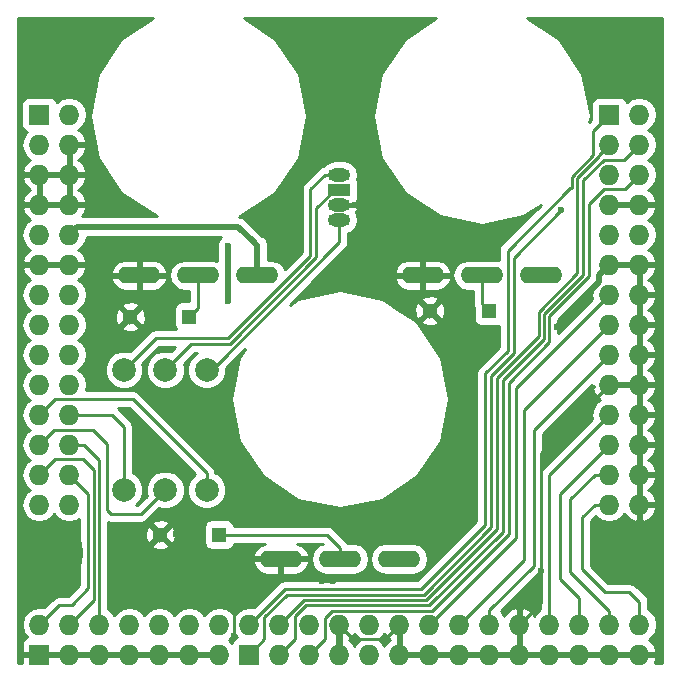
<source format=gtl>
G04 #@! TF.FileFunction,Copper,L1,Top,Signal*
%FSLAX46Y46*%
G04 Gerber Fmt 4.6, Leading zero omitted, Abs format (unit mm)*
G04 Created by KiCad (PCBNEW 4.0.2-stable) date 2016/12/18 4:07:23*
%MOMM*%
G01*
G04 APERTURE LIST*
%ADD10C,0.100000*%
%ADD11R,1.300000X1.300000*%
%ADD12C,1.300000*%
%ADD13O,1.905000X1.117600*%
%ADD14R,1.905000X1.117600*%
%ADD15R,1.727200X1.727200*%
%ADD16O,1.727200X1.727200*%
%ADD17C,4.500000*%
%ADD18O,3.600000X1.400000*%
%ADD19C,1.998980*%
%ADD20C,0.600000*%
%ADD21C,0.250000*%
%ADD22C,0.500000*%
%ADD23C,0.254000*%
G04 APERTURE END LIST*
D10*
D11*
X115240000Y-76000000D03*
D12*
X110240000Y-76000000D03*
D11*
X140600000Y-75500000D03*
D12*
X135600000Y-75500000D03*
D11*
X117780000Y-94450000D03*
D12*
X112780000Y-94450000D03*
D13*
X127940000Y-63970000D03*
D14*
X127940000Y-65240000D03*
D13*
X127940000Y-66510000D03*
X127940000Y-67780000D03*
D15*
X102540000Y-58890000D03*
D16*
X105080000Y-58890000D03*
X102540000Y-61430000D03*
X105080000Y-61430000D03*
X102540000Y-63970000D03*
X105080000Y-63970000D03*
X102540000Y-66510000D03*
X105080000Y-66510000D03*
X102540000Y-69050000D03*
X105080000Y-69050000D03*
X102540000Y-71590000D03*
X105080000Y-71590000D03*
X102540000Y-74130000D03*
X105080000Y-74130000D03*
X102540000Y-76670000D03*
X105080000Y-76670000D03*
X102540000Y-79210000D03*
X105080000Y-79210000D03*
X102540000Y-81750000D03*
X105080000Y-81750000D03*
X102540000Y-84290000D03*
X105080000Y-84290000D03*
X102540000Y-86830000D03*
X105080000Y-86830000D03*
X102540000Y-89370000D03*
X105080000Y-89370000D03*
X102540000Y-91910000D03*
X105080000Y-91910000D03*
D15*
X120320000Y-104610000D03*
D16*
X120320000Y-102070000D03*
X122860000Y-104610000D03*
X122860000Y-102070000D03*
X125400000Y-104610000D03*
X125400000Y-102070000D03*
X127940000Y-104610000D03*
X127940000Y-102070000D03*
X130480000Y-104610000D03*
X130480000Y-102070000D03*
X133020000Y-104610000D03*
X133020000Y-102070000D03*
X135560000Y-104610000D03*
X135560000Y-102070000D03*
X138100000Y-104610000D03*
X138100000Y-102070000D03*
X140640000Y-104610000D03*
X140640000Y-102070000D03*
X143180000Y-104610000D03*
X143180000Y-102070000D03*
X145720000Y-104610000D03*
X145720000Y-102070000D03*
X148260000Y-104610000D03*
X148260000Y-102070000D03*
X150800000Y-104610000D03*
X150800000Y-102070000D03*
X153340000Y-104610000D03*
X153340000Y-102070000D03*
D17*
X104000000Y-54000000D03*
X152000000Y-54000000D03*
D15*
X150800000Y-58890000D03*
D16*
X153340000Y-58890000D03*
X150800000Y-61430000D03*
X153340000Y-61430000D03*
X150800000Y-63970000D03*
X153340000Y-63970000D03*
X150800000Y-66510000D03*
X153340000Y-66510000D03*
X150800000Y-69050000D03*
X153340000Y-69050000D03*
X150800000Y-71590000D03*
X153340000Y-71590000D03*
X150800000Y-74130000D03*
X153340000Y-74130000D03*
X150800000Y-76670000D03*
X153340000Y-76670000D03*
X150800000Y-79210000D03*
X153340000Y-79210000D03*
X150800000Y-81750000D03*
X153340000Y-81750000D03*
X150800000Y-84290000D03*
X153340000Y-84290000D03*
X150800000Y-86830000D03*
X153340000Y-86830000D03*
X150800000Y-89370000D03*
X153340000Y-89370000D03*
X150800000Y-91910000D03*
X153340000Y-91910000D03*
D17*
X104000000Y-96000000D03*
X152000000Y-96000000D03*
D18*
X121000000Y-72500000D03*
X116000000Y-72500000D03*
X111000000Y-72500000D03*
X145000000Y-72500000D03*
X140000000Y-72500000D03*
X135000000Y-72500000D03*
X133000000Y-96500000D03*
X128000000Y-96500000D03*
X123000000Y-96500000D03*
D15*
X102540000Y-104610000D03*
D16*
X102540000Y-102070000D03*
X105080000Y-104610000D03*
X105080000Y-102070000D03*
X107620000Y-104610000D03*
X107620000Y-102070000D03*
X110160000Y-104610000D03*
X110160000Y-102070000D03*
X112700000Y-104610000D03*
X112700000Y-102070000D03*
X115240000Y-104610000D03*
X115240000Y-102070000D03*
X117780000Y-104610000D03*
X117780000Y-102070000D03*
D19*
X116700000Y-80500000D03*
X116700000Y-90660000D03*
X109700000Y-80500000D03*
X109700000Y-90660000D03*
X113200000Y-80500000D03*
X113200000Y-90660000D03*
D20*
X110000000Y-51000000D03*
X107000000Y-51000000D03*
X145000000Y-51000000D03*
X148500000Y-51000000D03*
X155000000Y-57000000D03*
X155000000Y-63000000D03*
X155000000Y-68000000D03*
X155000000Y-73000000D03*
X155000000Y-78000000D03*
X155000000Y-83000000D03*
X155000000Y-88000000D03*
X155000000Y-94000000D03*
X155000000Y-99000000D03*
X119000000Y-100500000D03*
X119000000Y-103000000D03*
X101000000Y-103000000D03*
X101000000Y-98500000D03*
X101000000Y-94000000D03*
X101000000Y-90500000D03*
X101000000Y-85500000D03*
X101000000Y-80500000D03*
X101000000Y-75500000D03*
X101000000Y-70500000D03*
X101000000Y-65000000D03*
X101000000Y-60500000D03*
X101000000Y-57000000D03*
X145000000Y-97500000D03*
X145350000Y-87200000D03*
X137100000Y-76300000D03*
X137100000Y-75500000D03*
X131400000Y-72500000D03*
X132300000Y-72500000D03*
X119500000Y-96500000D03*
X120300000Y-96500000D03*
X114100000Y-95300000D03*
X114100000Y-94400000D03*
X126500000Y-98400000D03*
X127400000Y-98400000D03*
X130700000Y-66500000D03*
X129900000Y-66500000D03*
X146349980Y-76900000D03*
X118500000Y-70000000D03*
X121000000Y-70000000D03*
X118500000Y-74700000D03*
X146700000Y-67000000D03*
D21*
X116000000Y-72500000D02*
X116000000Y-75240000D01*
X116000000Y-75240000D02*
X115240000Y-76000000D01*
X104000000Y-54000000D02*
X107000000Y-51000000D01*
X152000000Y-54000000D02*
X149000000Y-51000000D01*
X149000000Y-51000000D02*
X148500000Y-51000000D01*
X155000000Y-57000000D02*
X152000000Y-54000000D01*
X155000000Y-68000000D02*
X155000000Y-63000000D01*
X155000000Y-78000000D02*
X155000000Y-73000000D01*
X155000000Y-88000000D02*
X155000000Y-83000000D01*
X155000000Y-99000000D02*
X155000000Y-94000000D01*
X127940000Y-102070000D02*
X129128601Y-103258601D01*
X129128601Y-103258601D02*
X131831399Y-103258601D01*
X131831399Y-103258601D02*
X132156401Y-102933599D01*
X132156401Y-102933599D02*
X133020000Y-102070000D01*
X119000000Y-103000000D02*
X119000000Y-100500000D01*
X101000000Y-98500000D02*
X101000000Y-103000000D01*
X101000000Y-90500000D02*
X101000000Y-94000000D01*
X101000000Y-80500000D02*
X101000000Y-85500000D01*
X101000000Y-70500000D02*
X101000000Y-75500000D01*
X101000000Y-60500000D02*
X101000000Y-65000000D01*
X104000000Y-54000000D02*
X101000000Y-57000000D01*
X145000000Y-97500000D02*
X145000000Y-100250000D01*
X145000000Y-87550000D02*
X145000000Y-97500000D01*
X145350000Y-87200000D02*
X145000000Y-87550000D01*
X150800000Y-81750000D02*
X145350000Y-87200000D01*
X137100000Y-75500000D02*
X137100000Y-76300000D01*
X132300000Y-72500000D02*
X131400000Y-72500000D01*
X120300000Y-96500000D02*
X119500000Y-96500000D01*
X114100000Y-94400000D02*
X114100000Y-95300000D01*
X127400000Y-98400000D02*
X126500000Y-98400000D01*
X129900000Y-66500000D02*
X130700000Y-66500000D01*
D22*
X149936401Y-72453599D02*
X149936401Y-73089315D01*
X149936401Y-73089315D02*
X146649979Y-76375737D01*
X150800000Y-71590000D02*
X149936401Y-72453599D01*
X146649979Y-76375737D02*
X146649979Y-76600001D01*
X146649979Y-76600001D02*
X146349980Y-76900000D01*
D21*
X145000000Y-100250000D02*
X143180000Y-102070000D01*
D22*
X127940000Y-102070000D02*
X127940000Y-104610000D01*
D21*
X140000000Y-72500000D02*
X140000000Y-74900000D01*
X140000000Y-74900000D02*
X140600000Y-75500000D01*
X128000000Y-96500000D02*
X128000000Y-95550000D01*
X126900000Y-94450000D02*
X118680000Y-94450000D01*
X128000000Y-95550000D02*
X126900000Y-94450000D01*
X118680000Y-94450000D02*
X117780000Y-94450000D01*
X118552180Y-77800000D02*
X125500000Y-70852180D01*
X125500000Y-70852180D02*
X125500000Y-65207500D01*
X109700000Y-80500000D02*
X112400000Y-77800000D01*
X126737500Y-63970000D02*
X127940000Y-63970000D01*
X125500000Y-65207500D02*
X126737500Y-63970000D01*
X112400000Y-77800000D02*
X118552180Y-77800000D01*
X127546300Y-65240000D02*
X127940000Y-65240000D01*
X126000000Y-66786300D02*
X127546300Y-65240000D01*
X126000000Y-70988590D02*
X126000000Y-66786300D01*
X113200000Y-80500000D02*
X115400000Y-78300000D01*
X118688590Y-78300000D02*
X126000000Y-70988590D01*
X115400000Y-78300000D02*
X118688590Y-78300000D01*
X127940000Y-68588800D02*
X127940000Y-67780000D01*
X116700000Y-80500000D02*
X117125000Y-80500000D01*
X117125000Y-80500000D02*
X127940000Y-69685000D01*
X127940000Y-69685000D02*
X127940000Y-68588800D01*
D22*
X105080000Y-69050000D02*
X105730000Y-68400000D01*
X105730000Y-68400000D02*
X119400000Y-68400000D01*
X119400000Y-68400000D02*
X120700001Y-69700001D01*
X120700001Y-69700001D02*
X121000000Y-70000000D01*
X118500000Y-74700000D02*
X118500000Y-70000000D01*
X121000000Y-72500000D02*
X121000000Y-70000000D01*
D21*
X110453492Y-83000000D02*
X103830000Y-83000000D01*
X103830000Y-83000000D02*
X102540000Y-84290000D01*
X116700000Y-90660000D02*
X116700000Y-89246508D01*
X116700000Y-89246508D02*
X110453492Y-83000000D01*
X109700000Y-85300000D02*
X108690000Y-84290000D01*
X108690000Y-84290000D02*
X105080000Y-84290000D01*
X109700000Y-90660000D02*
X109700000Y-85300000D01*
X113200000Y-90660000D02*
X111160000Y-92700000D01*
X111160000Y-92700000D02*
X108600000Y-92700000D01*
X108600000Y-92700000D02*
X108250011Y-92350011D01*
X108250011Y-92350011D02*
X108250011Y-86750011D01*
X108250011Y-86750011D02*
X107100000Y-85600000D01*
X107100000Y-85600000D02*
X103770000Y-85600000D01*
X103770000Y-85600000D02*
X103403599Y-85966401D01*
X103403599Y-85966401D02*
X102540000Y-86830000D01*
X105080000Y-86830000D02*
X106301314Y-86830000D01*
X107620000Y-100848686D02*
X107620000Y-102070000D01*
X106301314Y-86830000D02*
X107620000Y-88148686D01*
X107620000Y-88148686D02*
X107620000Y-100848686D01*
X107169989Y-88969989D02*
X107169989Y-99980011D01*
X105943599Y-101206401D02*
X105080000Y-102070000D01*
X106218601Y-88018601D02*
X107169989Y-88969989D01*
X103891399Y-88018601D02*
X106218601Y-88018601D01*
X102540000Y-89370000D02*
X103891399Y-88018601D01*
X107169989Y-99980011D02*
X105943599Y-101206401D01*
X105300000Y-100400000D02*
X104210000Y-100400000D01*
X104210000Y-100400000D02*
X102540000Y-102070000D01*
X106700000Y-99000000D02*
X105300000Y-100400000D01*
X106700000Y-90990000D02*
X106700000Y-99000000D01*
X105080000Y-89370000D02*
X106700000Y-90990000D01*
X142200000Y-70400000D02*
X142200000Y-78900000D01*
X147600000Y-64138049D02*
X147600000Y-65100000D01*
X149400000Y-62338049D02*
X147600000Y-64138049D01*
X121183599Y-101206401D02*
X120320000Y-102070000D01*
X142200000Y-78900000D02*
X140300000Y-80800000D01*
X140300000Y-80800000D02*
X140300000Y-93600000D01*
X147500000Y-65100000D02*
X142200000Y-70400000D01*
X150800000Y-58890000D02*
X149400000Y-60290000D01*
X140300000Y-93600000D02*
X134818645Y-99081355D01*
X149400000Y-60290000D02*
X149400000Y-62338049D01*
X147600000Y-65100000D02*
X147500000Y-65100000D01*
X134818645Y-99081355D02*
X123308645Y-99081355D01*
X123308645Y-99081355D02*
X121183599Y-101206401D01*
X121600000Y-101426410D02*
X121600000Y-102900000D01*
X135068634Y-99531366D02*
X123495044Y-99531366D01*
X140800000Y-81000000D02*
X140800000Y-93800000D01*
X142700000Y-79100000D02*
X140800000Y-81000000D01*
X140800000Y-93800000D02*
X135068634Y-99531366D01*
X146700000Y-67000000D02*
X142700000Y-71000000D01*
X123495044Y-99531366D02*
X121600000Y-101426410D01*
X142700000Y-71000000D02*
X142700000Y-79100000D01*
X120320000Y-104610000D02*
X121600000Y-103330000D01*
X121600000Y-103330000D02*
X121600000Y-102900000D01*
X121600000Y-102900000D02*
X121600000Y-103000000D01*
X135318623Y-99981377D02*
X124948623Y-99981377D01*
X150800000Y-61430000D02*
X149936401Y-62293599D01*
X148100000Y-64274459D02*
X148100000Y-72300000D01*
X149936401Y-62293599D02*
X149936401Y-62438058D01*
X148100000Y-72300000D02*
X144824956Y-75575044D01*
X149936401Y-62438058D02*
X148100000Y-64274459D01*
X124948623Y-99981377D02*
X123723599Y-101206401D01*
X144824956Y-77675044D02*
X141300000Y-81200000D01*
X144824956Y-75575044D02*
X144824956Y-77675044D01*
X141300000Y-81200000D02*
X141300000Y-94000000D01*
X141300000Y-94000000D02*
X135318623Y-99981377D01*
X123723599Y-101206401D02*
X122860000Y-102070000D01*
X123723599Y-103746401D02*
X122860000Y-104610000D01*
X148600000Y-72436410D02*
X145274967Y-75761443D01*
X150310870Y-62700000D02*
X148600000Y-64410870D01*
X153340000Y-61430000D02*
X152070000Y-62700000D01*
X152070000Y-62700000D02*
X150310870Y-62700000D01*
X141800000Y-94200000D02*
X135568612Y-100431388D01*
X148600000Y-64410870D02*
X148600000Y-72436410D01*
X145274967Y-77925033D02*
X141800000Y-81400000D01*
X124200000Y-101366410D02*
X124200000Y-103270000D01*
X125135022Y-100431388D02*
X124200000Y-101366410D01*
X124200000Y-103270000D02*
X123723599Y-103746401D01*
X141800000Y-81400000D02*
X141800000Y-94200000D01*
X145274967Y-75761443D02*
X145274967Y-77925033D01*
X135568612Y-100431388D02*
X125135022Y-100431388D01*
X150350870Y-65200000D02*
X149100000Y-66450870D01*
X145724978Y-75947843D02*
X145724978Y-78175022D01*
X126263599Y-103746401D02*
X125400000Y-104610000D01*
X142300000Y-81600000D02*
X142300000Y-94400000D01*
X142300000Y-94400000D02*
X135818601Y-100881399D01*
X149100000Y-66450870D02*
X149100000Y-72572821D01*
X145724978Y-78175022D02*
X142300000Y-81600000D01*
X127318601Y-100881399D02*
X126700000Y-101500000D01*
X126700000Y-103310000D02*
X126263599Y-103746401D01*
X135818601Y-100881399D02*
X127318601Y-100881399D01*
X152110000Y-65200000D02*
X150350870Y-65200000D01*
X149100000Y-72572821D02*
X145724978Y-75947843D01*
X153340000Y-63970000D02*
X152110000Y-65200000D01*
X126700000Y-101500000D02*
X126700000Y-103310000D01*
X150800000Y-74130000D02*
X142900000Y-82030000D01*
X142900000Y-82030000D02*
X142900000Y-94730000D01*
X142900000Y-94730000D02*
X135560000Y-102070000D01*
X150800000Y-76670000D02*
X143600000Y-83870000D01*
X143600000Y-83870000D02*
X143600000Y-96570000D01*
X143600000Y-96570000D02*
X138100000Y-102070000D01*
X150800000Y-79210000D02*
X150790000Y-79210000D01*
X144400000Y-97088686D02*
X140640000Y-100848686D01*
X150790000Y-79210000D02*
X144400000Y-85600000D01*
X144400000Y-85600000D02*
X144400000Y-97088686D01*
X140640000Y-100848686D02*
X140640000Y-102070000D01*
X150800000Y-84290000D02*
X145720000Y-89370000D01*
X145720000Y-89370000D02*
X145720000Y-102070000D01*
X150800000Y-86830000D02*
X146600000Y-91030000D01*
X146600000Y-91030000D02*
X146600000Y-98200000D01*
X146600000Y-98200000D02*
X148260000Y-99860000D01*
X148260000Y-99860000D02*
X148260000Y-102070000D01*
X150800000Y-89370000D02*
X149578686Y-89370000D01*
X149578686Y-89370000D02*
X147500000Y-91448686D01*
X147500000Y-91448686D02*
X147500000Y-97600000D01*
X147500000Y-97600000D02*
X150800000Y-100900000D01*
X150800000Y-100900000D02*
X150800000Y-102070000D01*
X152500000Y-99300000D02*
X153340000Y-100140000D01*
X153340000Y-100140000D02*
X153340000Y-102070000D01*
X150400000Y-99300000D02*
X152500000Y-99300000D01*
X148500000Y-97400000D02*
X150400000Y-99300000D01*
X148500000Y-92988686D02*
X148500000Y-97400000D01*
X150800000Y-91910000D02*
X149578686Y-91910000D01*
X149578686Y-91910000D02*
X148500000Y-92988686D01*
D23*
G36*
X109487547Y-52487547D02*
X107491070Y-55475486D01*
X106790000Y-59000000D01*
X107491070Y-62524514D01*
X109487547Y-65512453D01*
X112475486Y-67508930D01*
X112506002Y-67515000D01*
X106152704Y-67515000D01*
X106362688Y-67284947D01*
X106534958Y-66869026D01*
X106413817Y-66637000D01*
X105207000Y-66637000D01*
X105207000Y-66657000D01*
X104953000Y-66657000D01*
X104953000Y-66637000D01*
X102667000Y-66637000D01*
X102667000Y-66657000D01*
X102413000Y-66657000D01*
X102413000Y-66637000D01*
X101206183Y-66637000D01*
X101085042Y-66869026D01*
X101257312Y-67284947D01*
X101651510Y-67716821D01*
X101774228Y-67774336D01*
X101450971Y-67990330D01*
X101126115Y-68476511D01*
X101012041Y-69050000D01*
X101126115Y-69623489D01*
X101450971Y-70109670D01*
X101774228Y-70325664D01*
X101651510Y-70383179D01*
X101257312Y-70815053D01*
X101085042Y-71230974D01*
X101206183Y-71463000D01*
X102413000Y-71463000D01*
X102413000Y-71443000D01*
X102667000Y-71443000D01*
X102667000Y-71463000D01*
X104953000Y-71463000D01*
X104953000Y-71443000D01*
X105207000Y-71443000D01*
X105207000Y-71463000D01*
X106413817Y-71463000D01*
X106534958Y-71230974D01*
X106362688Y-70815053D01*
X105968490Y-70383179D01*
X105845772Y-70325664D01*
X106169029Y-70109670D01*
X106493885Y-69623489D01*
X106561215Y-69285000D01*
X117892804Y-69285000D01*
X117707808Y-69469673D01*
X117565162Y-69813201D01*
X117564838Y-70185167D01*
X117615000Y-70306569D01*
X117615000Y-71257951D01*
X117147704Y-71165000D01*
X114852296Y-71165000D01*
X114341414Y-71266621D01*
X113908308Y-71556012D01*
X113618917Y-71989118D01*
X113517296Y-72500000D01*
X113618917Y-73010882D01*
X113908308Y-73443988D01*
X114341414Y-73733379D01*
X114852296Y-73835000D01*
X115240000Y-73835000D01*
X115240000Y-74702560D01*
X114590000Y-74702560D01*
X114354683Y-74746838D01*
X114138559Y-74885910D01*
X113993569Y-75098110D01*
X113942560Y-75350000D01*
X113942560Y-76650000D01*
X113986838Y-76885317D01*
X114086374Y-77040000D01*
X112400000Y-77040000D01*
X112109161Y-77097852D01*
X111862599Y-77262599D01*
X110191083Y-78934115D01*
X110026547Y-78865794D01*
X109376306Y-78865226D01*
X108775345Y-79113538D01*
X108315154Y-79572927D01*
X108065794Y-80173453D01*
X108065226Y-80823694D01*
X108313538Y-81424655D01*
X108772927Y-81884846D01*
X109373453Y-82134206D01*
X110023694Y-82134774D01*
X110624655Y-81886462D01*
X111084846Y-81427073D01*
X111334206Y-80826547D01*
X111334774Y-80176306D01*
X111265691Y-80009111D01*
X112714802Y-78560000D01*
X114065198Y-78560000D01*
X113691083Y-78934115D01*
X113526547Y-78865794D01*
X112876306Y-78865226D01*
X112275345Y-79113538D01*
X111815154Y-79572927D01*
X111565794Y-80173453D01*
X111565226Y-80823694D01*
X111813538Y-81424655D01*
X112272927Y-81884846D01*
X112873453Y-82134206D01*
X113523694Y-82134774D01*
X114124655Y-81886462D01*
X114584846Y-81427073D01*
X114834206Y-80826547D01*
X114834774Y-80176306D01*
X114765691Y-80009111D01*
X115714802Y-79060000D01*
X115904917Y-79060000D01*
X115775345Y-79113538D01*
X115315154Y-79572927D01*
X115065794Y-80173453D01*
X115065226Y-80823694D01*
X115313538Y-81424655D01*
X115772927Y-81884846D01*
X116373453Y-82134206D01*
X117023694Y-82134774D01*
X117624655Y-81886462D01*
X118084846Y-81427073D01*
X118334206Y-80826547D01*
X118334609Y-80365193D01*
X119975991Y-78723811D01*
X119477495Y-79469863D01*
X118775307Y-83000000D01*
X119477495Y-86530137D01*
X121477157Y-89522843D01*
X124469863Y-91522505D01*
X128000000Y-92224693D01*
X131530137Y-91522505D01*
X134522843Y-89522843D01*
X136522505Y-86530137D01*
X137224693Y-83000000D01*
X136522505Y-79469863D01*
X134522843Y-76477157D01*
X134405897Y-76399016D01*
X134880590Y-76399016D01*
X134936271Y-76629611D01*
X135419078Y-76797622D01*
X135929428Y-76768083D01*
X136263729Y-76629611D01*
X136319410Y-76399016D01*
X135600000Y-75679605D01*
X134880590Y-76399016D01*
X134405897Y-76399016D01*
X132789656Y-75319078D01*
X134302378Y-75319078D01*
X134331917Y-75829428D01*
X134470389Y-76163729D01*
X134700984Y-76219410D01*
X135420395Y-75500000D01*
X135779605Y-75500000D01*
X136499016Y-76219410D01*
X136729611Y-76163729D01*
X136897622Y-75680922D01*
X136868083Y-75170572D01*
X136729611Y-74836271D01*
X136499016Y-74780590D01*
X135779605Y-75500000D01*
X135420395Y-75500000D01*
X134700984Y-74780590D01*
X134470389Y-74836271D01*
X134302378Y-75319078D01*
X132789656Y-75319078D01*
X131714952Y-74600984D01*
X134880590Y-74600984D01*
X135600000Y-75320395D01*
X136319410Y-74600984D01*
X136263729Y-74370389D01*
X135780922Y-74202378D01*
X135270572Y-74231917D01*
X134936271Y-74370389D01*
X134880590Y-74600984D01*
X131714952Y-74600984D01*
X131530137Y-74477495D01*
X128000000Y-73775307D01*
X124469863Y-74477495D01*
X123723811Y-74975991D01*
X125866473Y-72833329D01*
X132607284Y-72833329D01*
X132618020Y-72893550D01*
X132866210Y-73354185D01*
X133271785Y-73684778D01*
X133773000Y-73835000D01*
X134873000Y-73835000D01*
X134873000Y-72627000D01*
X135127000Y-72627000D01*
X135127000Y-73835000D01*
X136227000Y-73835000D01*
X136728215Y-73684778D01*
X137133790Y-73354185D01*
X137381980Y-72893550D01*
X137392716Y-72833329D01*
X137269374Y-72627000D01*
X135127000Y-72627000D01*
X134873000Y-72627000D01*
X132730626Y-72627000D01*
X132607284Y-72833329D01*
X125866473Y-72833329D01*
X126533131Y-72166671D01*
X132607284Y-72166671D01*
X132730626Y-72373000D01*
X134873000Y-72373000D01*
X134873000Y-71165000D01*
X135127000Y-71165000D01*
X135127000Y-72373000D01*
X137269374Y-72373000D01*
X137392716Y-72166671D01*
X137381980Y-72106450D01*
X137133790Y-71645815D01*
X136728215Y-71315222D01*
X136227000Y-71165000D01*
X135127000Y-71165000D01*
X134873000Y-71165000D01*
X133773000Y-71165000D01*
X133271785Y-71315222D01*
X132866210Y-71645815D01*
X132618020Y-72106450D01*
X132607284Y-72166671D01*
X126533131Y-72166671D01*
X128477401Y-70222401D01*
X128642148Y-69975839D01*
X128700000Y-69685000D01*
X128700000Y-68907124D01*
X128821648Y-68882927D01*
X129208945Y-68624144D01*
X129467728Y-68236847D01*
X129558601Y-67780000D01*
X129467728Y-67323153D01*
X129338356Y-67129533D01*
X129485229Y-66849515D01*
X129486244Y-66821128D01*
X129360929Y-66637000D01*
X128620188Y-66637000D01*
X128364801Y-66586200D01*
X127793000Y-66586200D01*
X127793000Y-66446240D01*
X128892500Y-66446240D01*
X129127817Y-66401962D01*
X129157285Y-66383000D01*
X129360929Y-66383000D01*
X129486244Y-66198872D01*
X129485229Y-66170485D01*
X129451290Y-66105779D01*
X129488931Y-66050690D01*
X129539940Y-65798800D01*
X129539940Y-64681200D01*
X129495662Y-64445883D01*
X129471432Y-64408228D01*
X129558601Y-63970000D01*
X129467728Y-63513153D01*
X129208945Y-63125856D01*
X128821648Y-62867073D01*
X128364801Y-62776200D01*
X127515199Y-62776200D01*
X127058352Y-62867073D01*
X126671055Y-63125856D01*
X126596029Y-63238140D01*
X126446660Y-63267852D01*
X126200099Y-63432599D01*
X124962599Y-64670099D01*
X124797852Y-64916661D01*
X124740000Y-65207500D01*
X124740000Y-70537378D01*
X123343903Y-71933475D01*
X123091692Y-71556012D01*
X122658586Y-71266621D01*
X122147704Y-71165000D01*
X121885000Y-71165000D01*
X121885000Y-70306822D01*
X121934838Y-70186799D01*
X121935162Y-69814833D01*
X121793117Y-69471057D01*
X121530327Y-69207808D01*
X121409014Y-69157434D01*
X121325791Y-69074211D01*
X121325788Y-69074209D01*
X120025790Y-67774210D01*
X119738675Y-67582367D01*
X119682484Y-67571190D01*
X119447001Y-67524348D01*
X119524514Y-67508930D01*
X122512453Y-65512453D01*
X124508930Y-62524514D01*
X125210000Y-59000000D01*
X124508930Y-55475486D01*
X122512453Y-52487547D01*
X119852166Y-50710000D01*
X136147834Y-50710000D01*
X133487547Y-52487547D01*
X131491070Y-55475486D01*
X130790000Y-59000000D01*
X131491070Y-62524514D01*
X133487547Y-65512453D01*
X136475486Y-67508930D01*
X140000000Y-68210000D01*
X143524514Y-67508930D01*
X145006498Y-66518700D01*
X141662599Y-69862599D01*
X141497852Y-70109161D01*
X141440000Y-70400000D01*
X141440000Y-71223141D01*
X141147704Y-71165000D01*
X138852296Y-71165000D01*
X138341414Y-71266621D01*
X137908308Y-71556012D01*
X137618917Y-71989118D01*
X137517296Y-72500000D01*
X137618917Y-73010882D01*
X137908308Y-73443988D01*
X138341414Y-73733379D01*
X138852296Y-73835000D01*
X139240000Y-73835000D01*
X139240000Y-74900000D01*
X139297852Y-75190839D01*
X139302560Y-75197885D01*
X139302560Y-76150000D01*
X139346838Y-76385317D01*
X139485910Y-76601441D01*
X139698110Y-76746431D01*
X139950000Y-76797440D01*
X141250000Y-76797440D01*
X141440000Y-76761689D01*
X141440000Y-78585198D01*
X139762599Y-80262599D01*
X139597852Y-80509161D01*
X139540000Y-80800000D01*
X139540000Y-93285198D01*
X134503843Y-98321355D01*
X123308645Y-98321355D01*
X123017806Y-98379207D01*
X122771244Y-98543954D01*
X120697973Y-100617225D01*
X120320000Y-100542041D01*
X119746511Y-100656115D01*
X119260330Y-100980971D01*
X119050000Y-101295752D01*
X118839670Y-100980971D01*
X118353489Y-100656115D01*
X117780000Y-100542041D01*
X117206511Y-100656115D01*
X116720330Y-100980971D01*
X116510000Y-101295752D01*
X116299670Y-100980971D01*
X115813489Y-100656115D01*
X115240000Y-100542041D01*
X114666511Y-100656115D01*
X114180330Y-100980971D01*
X113970000Y-101295752D01*
X113759670Y-100980971D01*
X113273489Y-100656115D01*
X112700000Y-100542041D01*
X112126511Y-100656115D01*
X111640330Y-100980971D01*
X111430000Y-101295752D01*
X111219670Y-100980971D01*
X110733489Y-100656115D01*
X110160000Y-100542041D01*
X109586511Y-100656115D01*
X109100330Y-100980971D01*
X108890000Y-101295752D01*
X108679670Y-100980971D01*
X108380000Y-100780738D01*
X108380000Y-96833329D01*
X120607284Y-96833329D01*
X120618020Y-96893550D01*
X120866210Y-97354185D01*
X121271785Y-97684778D01*
X121773000Y-97835000D01*
X122873000Y-97835000D01*
X122873000Y-96627000D01*
X123127000Y-96627000D01*
X123127000Y-97835000D01*
X124227000Y-97835000D01*
X124728215Y-97684778D01*
X125133790Y-97354185D01*
X125381980Y-96893550D01*
X125392716Y-96833329D01*
X125269374Y-96627000D01*
X123127000Y-96627000D01*
X122873000Y-96627000D01*
X120730626Y-96627000D01*
X120607284Y-96833329D01*
X108380000Y-96833329D01*
X108380000Y-95349016D01*
X112060590Y-95349016D01*
X112116271Y-95579611D01*
X112599078Y-95747622D01*
X113109428Y-95718083D01*
X113443729Y-95579611D01*
X113499410Y-95349016D01*
X112780000Y-94629605D01*
X112060590Y-95349016D01*
X108380000Y-95349016D01*
X108380000Y-94269078D01*
X111482378Y-94269078D01*
X111511917Y-94779428D01*
X111650389Y-95113729D01*
X111880984Y-95169410D01*
X112600395Y-94450000D01*
X112959605Y-94450000D01*
X113679016Y-95169410D01*
X113909611Y-95113729D01*
X114077622Y-94630922D01*
X114048083Y-94120572D01*
X113915298Y-93800000D01*
X116482560Y-93800000D01*
X116482560Y-95100000D01*
X116526838Y-95335317D01*
X116665910Y-95551441D01*
X116878110Y-95696431D01*
X117130000Y-95747440D01*
X118430000Y-95747440D01*
X118665317Y-95703162D01*
X118881441Y-95564090D01*
X119026431Y-95351890D01*
X119055164Y-95210000D01*
X121622858Y-95210000D01*
X121271785Y-95315222D01*
X120866210Y-95645815D01*
X120618020Y-96106450D01*
X120607284Y-96166671D01*
X120730626Y-96373000D01*
X122873000Y-96373000D01*
X122873000Y-96353000D01*
X123127000Y-96353000D01*
X123127000Y-96373000D01*
X125269374Y-96373000D01*
X125392716Y-96166671D01*
X125381980Y-96106450D01*
X125133790Y-95645815D01*
X124728215Y-95315222D01*
X124377142Y-95210000D01*
X126585198Y-95210000D01*
X126591978Y-95216780D01*
X126341414Y-95266621D01*
X125908308Y-95556012D01*
X125618917Y-95989118D01*
X125517296Y-96500000D01*
X125618917Y-97010882D01*
X125908308Y-97443988D01*
X126341414Y-97733379D01*
X126852296Y-97835000D01*
X129147704Y-97835000D01*
X129658586Y-97733379D01*
X130091692Y-97443988D01*
X130381083Y-97010882D01*
X130482704Y-96500000D01*
X130517296Y-96500000D01*
X130618917Y-97010882D01*
X130908308Y-97443988D01*
X131341414Y-97733379D01*
X131852296Y-97835000D01*
X134147704Y-97835000D01*
X134658586Y-97733379D01*
X135091692Y-97443988D01*
X135381083Y-97010882D01*
X135482704Y-96500000D01*
X135381083Y-95989118D01*
X135091692Y-95556012D01*
X134658586Y-95266621D01*
X134147704Y-95165000D01*
X131852296Y-95165000D01*
X131341414Y-95266621D01*
X130908308Y-95556012D01*
X130618917Y-95989118D01*
X130517296Y-96500000D01*
X130482704Y-96500000D01*
X130381083Y-95989118D01*
X130091692Y-95556012D01*
X129658586Y-95266621D01*
X129147704Y-95165000D01*
X128639232Y-95165000D01*
X128537401Y-95012599D01*
X127437401Y-93912599D01*
X127190839Y-93747852D01*
X126900000Y-93690000D01*
X119056742Y-93690000D01*
X119033162Y-93564683D01*
X118894090Y-93348559D01*
X118681890Y-93203569D01*
X118430000Y-93152560D01*
X117130000Y-93152560D01*
X116894683Y-93196838D01*
X116678559Y-93335910D01*
X116533569Y-93548110D01*
X116482560Y-93800000D01*
X113915298Y-93800000D01*
X113909611Y-93786271D01*
X113679016Y-93730590D01*
X112959605Y-94450000D01*
X112600395Y-94450000D01*
X111880984Y-93730590D01*
X111650389Y-93786271D01*
X111482378Y-94269078D01*
X108380000Y-94269078D01*
X108380000Y-93550984D01*
X112060590Y-93550984D01*
X112780000Y-94270395D01*
X113499410Y-93550984D01*
X113443729Y-93320389D01*
X112960922Y-93152378D01*
X112450572Y-93181917D01*
X112116271Y-93320389D01*
X112060590Y-93550984D01*
X108380000Y-93550984D01*
X108380000Y-93416239D01*
X108600000Y-93460000D01*
X111160000Y-93460000D01*
X111450839Y-93402148D01*
X111697401Y-93237401D01*
X112708917Y-92225885D01*
X112873453Y-92294206D01*
X113523694Y-92294774D01*
X114124655Y-92046462D01*
X114584846Y-91587073D01*
X114834206Y-90986547D01*
X114834774Y-90336306D01*
X114586462Y-89735345D01*
X114127073Y-89275154D01*
X113526547Y-89025794D01*
X112876306Y-89025226D01*
X112275345Y-89273538D01*
X111815154Y-89732927D01*
X111565794Y-90333453D01*
X111565226Y-90983694D01*
X111634309Y-91150889D01*
X110845198Y-91940000D01*
X110731303Y-91940000D01*
X111084846Y-91587073D01*
X111334206Y-90986547D01*
X111334774Y-90336306D01*
X111086462Y-89735345D01*
X110627073Y-89275154D01*
X110460000Y-89205779D01*
X110460000Y-85300000D01*
X110402148Y-85009161D01*
X110237401Y-84762599D01*
X109234802Y-83760000D01*
X110138690Y-83760000D01*
X115713733Y-89335043D01*
X115315154Y-89732927D01*
X115065794Y-90333453D01*
X115065226Y-90983694D01*
X115313538Y-91584655D01*
X115772927Y-92044846D01*
X116373453Y-92294206D01*
X117023694Y-92294774D01*
X117624655Y-92046462D01*
X118084846Y-91587073D01*
X118334206Y-90986547D01*
X118334774Y-90336306D01*
X118086462Y-89735345D01*
X117627073Y-89275154D01*
X117451169Y-89202112D01*
X117413149Y-89010974D01*
X117402148Y-88955668D01*
X117237401Y-88709107D01*
X110990893Y-82462599D01*
X110744331Y-82297852D01*
X110453492Y-82240000D01*
X106510492Y-82240000D01*
X106607959Y-81750000D01*
X106493885Y-81176511D01*
X106169029Y-80690330D01*
X105854248Y-80480000D01*
X106169029Y-80269670D01*
X106493885Y-79783489D01*
X106607959Y-79210000D01*
X106493885Y-78636511D01*
X106169029Y-78150330D01*
X105854248Y-77940000D01*
X106169029Y-77729670D01*
X106493885Y-77243489D01*
X106562404Y-76899016D01*
X109520590Y-76899016D01*
X109576271Y-77129611D01*
X110059078Y-77297622D01*
X110569428Y-77268083D01*
X110903729Y-77129611D01*
X110959410Y-76899016D01*
X110240000Y-76179605D01*
X109520590Y-76899016D01*
X106562404Y-76899016D01*
X106607959Y-76670000D01*
X106493885Y-76096511D01*
X106308511Y-75819078D01*
X108942378Y-75819078D01*
X108971917Y-76329428D01*
X109110389Y-76663729D01*
X109340984Y-76719410D01*
X110060395Y-76000000D01*
X110419605Y-76000000D01*
X111139016Y-76719410D01*
X111369611Y-76663729D01*
X111537622Y-76180922D01*
X111508083Y-75670572D01*
X111369611Y-75336271D01*
X111139016Y-75280590D01*
X110419605Y-76000000D01*
X110060395Y-76000000D01*
X109340984Y-75280590D01*
X109110389Y-75336271D01*
X108942378Y-75819078D01*
X106308511Y-75819078D01*
X106169029Y-75610330D01*
X105854248Y-75400000D01*
X106169029Y-75189670D01*
X106228287Y-75100984D01*
X109520590Y-75100984D01*
X110240000Y-75820395D01*
X110959410Y-75100984D01*
X110903729Y-74870389D01*
X110420922Y-74702378D01*
X109910572Y-74731917D01*
X109576271Y-74870389D01*
X109520590Y-75100984D01*
X106228287Y-75100984D01*
X106493885Y-74703489D01*
X106607959Y-74130000D01*
X106493885Y-73556511D01*
X106169029Y-73070330D01*
X105845772Y-72854336D01*
X105890593Y-72833329D01*
X108607284Y-72833329D01*
X108618020Y-72893550D01*
X108866210Y-73354185D01*
X109271785Y-73684778D01*
X109773000Y-73835000D01*
X110873000Y-73835000D01*
X110873000Y-72627000D01*
X111127000Y-72627000D01*
X111127000Y-73835000D01*
X112227000Y-73835000D01*
X112728215Y-73684778D01*
X113133790Y-73354185D01*
X113381980Y-72893550D01*
X113392716Y-72833329D01*
X113269374Y-72627000D01*
X111127000Y-72627000D01*
X110873000Y-72627000D01*
X108730626Y-72627000D01*
X108607284Y-72833329D01*
X105890593Y-72833329D01*
X105968490Y-72796821D01*
X106362688Y-72364947D01*
X106444811Y-72166671D01*
X108607284Y-72166671D01*
X108730626Y-72373000D01*
X110873000Y-72373000D01*
X110873000Y-71165000D01*
X111127000Y-71165000D01*
X111127000Y-72373000D01*
X113269374Y-72373000D01*
X113392716Y-72166671D01*
X113381980Y-72106450D01*
X113133790Y-71645815D01*
X112728215Y-71315222D01*
X112227000Y-71165000D01*
X111127000Y-71165000D01*
X110873000Y-71165000D01*
X109773000Y-71165000D01*
X109271785Y-71315222D01*
X108866210Y-71645815D01*
X108618020Y-72106450D01*
X108607284Y-72166671D01*
X106444811Y-72166671D01*
X106534958Y-71949026D01*
X106413817Y-71717000D01*
X105207000Y-71717000D01*
X105207000Y-71737000D01*
X104953000Y-71737000D01*
X104953000Y-71717000D01*
X102667000Y-71717000D01*
X102667000Y-71737000D01*
X102413000Y-71737000D01*
X102413000Y-71717000D01*
X101206183Y-71717000D01*
X101085042Y-71949026D01*
X101257312Y-72364947D01*
X101651510Y-72796821D01*
X101774228Y-72854336D01*
X101450971Y-73070330D01*
X101126115Y-73556511D01*
X101012041Y-74130000D01*
X101126115Y-74703489D01*
X101450971Y-75189670D01*
X101765752Y-75400000D01*
X101450971Y-75610330D01*
X101126115Y-76096511D01*
X101012041Y-76670000D01*
X101126115Y-77243489D01*
X101450971Y-77729670D01*
X101765752Y-77940000D01*
X101450971Y-78150330D01*
X101126115Y-78636511D01*
X101012041Y-79210000D01*
X101126115Y-79783489D01*
X101450971Y-80269670D01*
X101765752Y-80480000D01*
X101450971Y-80690330D01*
X101126115Y-81176511D01*
X101012041Y-81750000D01*
X101126115Y-82323489D01*
X101450971Y-82809670D01*
X101765752Y-83020000D01*
X101450971Y-83230330D01*
X101126115Y-83716511D01*
X101012041Y-84290000D01*
X101126115Y-84863489D01*
X101450971Y-85349670D01*
X101765752Y-85560000D01*
X101450971Y-85770330D01*
X101126115Y-86256511D01*
X101012041Y-86830000D01*
X101126115Y-87403489D01*
X101450971Y-87889670D01*
X101765752Y-88100000D01*
X101450971Y-88310330D01*
X101126115Y-88796511D01*
X101012041Y-89370000D01*
X101126115Y-89943489D01*
X101450971Y-90429670D01*
X101765752Y-90640000D01*
X101450971Y-90850330D01*
X101126115Y-91336511D01*
X101012041Y-91910000D01*
X101126115Y-92483489D01*
X101450971Y-92969670D01*
X101937152Y-93294526D01*
X102510641Y-93408600D01*
X102569359Y-93408600D01*
X103142848Y-93294526D01*
X103629029Y-92969670D01*
X103810000Y-92698828D01*
X103990971Y-92969670D01*
X104477152Y-93294526D01*
X105050641Y-93408600D01*
X105109359Y-93408600D01*
X105682848Y-93294526D01*
X105940000Y-93122702D01*
X105940000Y-98685198D01*
X104985198Y-99640000D01*
X104210000Y-99640000D01*
X103919161Y-99697852D01*
X103672599Y-99862599D01*
X102917973Y-100617225D01*
X102540000Y-100542041D01*
X101966511Y-100656115D01*
X101480330Y-100980971D01*
X101155474Y-101467152D01*
X101041400Y-102040641D01*
X101041400Y-102099359D01*
X101155474Y-102672848D01*
X101470526Y-103144356D01*
X101316701Y-103208073D01*
X101138073Y-103386702D01*
X101041400Y-103620091D01*
X101041400Y-104324250D01*
X101200150Y-104483000D01*
X102413000Y-104483000D01*
X102413000Y-104463000D01*
X102667000Y-104463000D01*
X102667000Y-104483000D01*
X104953000Y-104483000D01*
X104953000Y-104463000D01*
X105207000Y-104463000D01*
X105207000Y-104483000D01*
X107493000Y-104483000D01*
X107493000Y-104463000D01*
X107747000Y-104463000D01*
X107747000Y-104483000D01*
X110033000Y-104483000D01*
X110033000Y-104463000D01*
X110287000Y-104463000D01*
X110287000Y-104483000D01*
X112573000Y-104483000D01*
X112573000Y-104463000D01*
X112827000Y-104463000D01*
X112827000Y-104483000D01*
X115113000Y-104483000D01*
X115113000Y-104463000D01*
X115367000Y-104463000D01*
X115367000Y-104483000D01*
X117653000Y-104483000D01*
X117653000Y-104463000D01*
X117907000Y-104463000D01*
X117907000Y-104483000D01*
X117927000Y-104483000D01*
X117927000Y-104737000D01*
X117907000Y-104737000D01*
X117907000Y-104757000D01*
X117653000Y-104757000D01*
X117653000Y-104737000D01*
X115367000Y-104737000D01*
X115367000Y-104757000D01*
X115113000Y-104757000D01*
X115113000Y-104737000D01*
X112827000Y-104737000D01*
X112827000Y-104757000D01*
X112573000Y-104757000D01*
X112573000Y-104737000D01*
X110287000Y-104737000D01*
X110287000Y-104757000D01*
X110033000Y-104757000D01*
X110033000Y-104737000D01*
X107747000Y-104737000D01*
X107747000Y-104757000D01*
X107493000Y-104757000D01*
X107493000Y-104737000D01*
X105207000Y-104737000D01*
X105207000Y-104757000D01*
X104953000Y-104757000D01*
X104953000Y-104737000D01*
X102667000Y-104737000D01*
X102667000Y-104757000D01*
X102413000Y-104757000D01*
X102413000Y-104737000D01*
X101200150Y-104737000D01*
X101041400Y-104895750D01*
X101041400Y-105290000D01*
X100710000Y-105290000D01*
X100710000Y-64329026D01*
X101085042Y-64329026D01*
X101257312Y-64744947D01*
X101651510Y-65176821D01*
X101786313Y-65240000D01*
X101651510Y-65303179D01*
X101257312Y-65735053D01*
X101085042Y-66150974D01*
X101206183Y-66383000D01*
X102413000Y-66383000D01*
X102413000Y-64097000D01*
X102667000Y-64097000D01*
X102667000Y-66383000D01*
X104953000Y-66383000D01*
X104953000Y-64097000D01*
X105207000Y-64097000D01*
X105207000Y-66383000D01*
X106413817Y-66383000D01*
X106534958Y-66150974D01*
X106362688Y-65735053D01*
X105968490Y-65303179D01*
X105833687Y-65240000D01*
X105968490Y-65176821D01*
X106362688Y-64744947D01*
X106534958Y-64329026D01*
X106413817Y-64097000D01*
X105207000Y-64097000D01*
X104953000Y-64097000D01*
X102667000Y-64097000D01*
X102413000Y-64097000D01*
X101206183Y-64097000D01*
X101085042Y-64329026D01*
X100710000Y-64329026D01*
X100710000Y-61430000D01*
X101012041Y-61430000D01*
X101126115Y-62003489D01*
X101450971Y-62489670D01*
X101774228Y-62705664D01*
X101651510Y-62763179D01*
X101257312Y-63195053D01*
X101085042Y-63610974D01*
X101206183Y-63843000D01*
X102413000Y-63843000D01*
X102413000Y-63823000D01*
X102667000Y-63823000D01*
X102667000Y-63843000D01*
X104953000Y-63843000D01*
X104953000Y-61557000D01*
X105207000Y-61557000D01*
X105207000Y-63843000D01*
X106413817Y-63843000D01*
X106534958Y-63610974D01*
X106362688Y-63195053D01*
X105968490Y-62763179D01*
X105833687Y-62700000D01*
X105968490Y-62636821D01*
X106362688Y-62204947D01*
X106534958Y-61789026D01*
X106413817Y-61557000D01*
X105207000Y-61557000D01*
X104953000Y-61557000D01*
X104933000Y-61557000D01*
X104933000Y-61303000D01*
X104953000Y-61303000D01*
X104953000Y-61283000D01*
X105207000Y-61283000D01*
X105207000Y-61303000D01*
X106413817Y-61303000D01*
X106534958Y-61070974D01*
X106362688Y-60655053D01*
X105968490Y-60223179D01*
X105845772Y-60165664D01*
X106169029Y-59949670D01*
X106493885Y-59463489D01*
X106607959Y-58890000D01*
X106493885Y-58316511D01*
X106169029Y-57830330D01*
X105682848Y-57505474D01*
X105109359Y-57391400D01*
X105050641Y-57391400D01*
X104477152Y-57505474D01*
X104011558Y-57816574D01*
X104006762Y-57791083D01*
X103867690Y-57574959D01*
X103655490Y-57429969D01*
X103403600Y-57378960D01*
X101676400Y-57378960D01*
X101441083Y-57423238D01*
X101224959Y-57562310D01*
X101079969Y-57774510D01*
X101028960Y-58026400D01*
X101028960Y-59753600D01*
X101073238Y-59988917D01*
X101212310Y-60205041D01*
X101424510Y-60350031D01*
X101468131Y-60358864D01*
X101450971Y-60370330D01*
X101126115Y-60856511D01*
X101012041Y-61430000D01*
X100710000Y-61430000D01*
X100710000Y-50710000D01*
X112147834Y-50710000D01*
X109487547Y-52487547D01*
X109487547Y-52487547D01*
G37*
X109487547Y-52487547D02*
X107491070Y-55475486D01*
X106790000Y-59000000D01*
X107491070Y-62524514D01*
X109487547Y-65512453D01*
X112475486Y-67508930D01*
X112506002Y-67515000D01*
X106152704Y-67515000D01*
X106362688Y-67284947D01*
X106534958Y-66869026D01*
X106413817Y-66637000D01*
X105207000Y-66637000D01*
X105207000Y-66657000D01*
X104953000Y-66657000D01*
X104953000Y-66637000D01*
X102667000Y-66637000D01*
X102667000Y-66657000D01*
X102413000Y-66657000D01*
X102413000Y-66637000D01*
X101206183Y-66637000D01*
X101085042Y-66869026D01*
X101257312Y-67284947D01*
X101651510Y-67716821D01*
X101774228Y-67774336D01*
X101450971Y-67990330D01*
X101126115Y-68476511D01*
X101012041Y-69050000D01*
X101126115Y-69623489D01*
X101450971Y-70109670D01*
X101774228Y-70325664D01*
X101651510Y-70383179D01*
X101257312Y-70815053D01*
X101085042Y-71230974D01*
X101206183Y-71463000D01*
X102413000Y-71463000D01*
X102413000Y-71443000D01*
X102667000Y-71443000D01*
X102667000Y-71463000D01*
X104953000Y-71463000D01*
X104953000Y-71443000D01*
X105207000Y-71443000D01*
X105207000Y-71463000D01*
X106413817Y-71463000D01*
X106534958Y-71230974D01*
X106362688Y-70815053D01*
X105968490Y-70383179D01*
X105845772Y-70325664D01*
X106169029Y-70109670D01*
X106493885Y-69623489D01*
X106561215Y-69285000D01*
X117892804Y-69285000D01*
X117707808Y-69469673D01*
X117565162Y-69813201D01*
X117564838Y-70185167D01*
X117615000Y-70306569D01*
X117615000Y-71257951D01*
X117147704Y-71165000D01*
X114852296Y-71165000D01*
X114341414Y-71266621D01*
X113908308Y-71556012D01*
X113618917Y-71989118D01*
X113517296Y-72500000D01*
X113618917Y-73010882D01*
X113908308Y-73443988D01*
X114341414Y-73733379D01*
X114852296Y-73835000D01*
X115240000Y-73835000D01*
X115240000Y-74702560D01*
X114590000Y-74702560D01*
X114354683Y-74746838D01*
X114138559Y-74885910D01*
X113993569Y-75098110D01*
X113942560Y-75350000D01*
X113942560Y-76650000D01*
X113986838Y-76885317D01*
X114086374Y-77040000D01*
X112400000Y-77040000D01*
X112109161Y-77097852D01*
X111862599Y-77262599D01*
X110191083Y-78934115D01*
X110026547Y-78865794D01*
X109376306Y-78865226D01*
X108775345Y-79113538D01*
X108315154Y-79572927D01*
X108065794Y-80173453D01*
X108065226Y-80823694D01*
X108313538Y-81424655D01*
X108772927Y-81884846D01*
X109373453Y-82134206D01*
X110023694Y-82134774D01*
X110624655Y-81886462D01*
X111084846Y-81427073D01*
X111334206Y-80826547D01*
X111334774Y-80176306D01*
X111265691Y-80009111D01*
X112714802Y-78560000D01*
X114065198Y-78560000D01*
X113691083Y-78934115D01*
X113526547Y-78865794D01*
X112876306Y-78865226D01*
X112275345Y-79113538D01*
X111815154Y-79572927D01*
X111565794Y-80173453D01*
X111565226Y-80823694D01*
X111813538Y-81424655D01*
X112272927Y-81884846D01*
X112873453Y-82134206D01*
X113523694Y-82134774D01*
X114124655Y-81886462D01*
X114584846Y-81427073D01*
X114834206Y-80826547D01*
X114834774Y-80176306D01*
X114765691Y-80009111D01*
X115714802Y-79060000D01*
X115904917Y-79060000D01*
X115775345Y-79113538D01*
X115315154Y-79572927D01*
X115065794Y-80173453D01*
X115065226Y-80823694D01*
X115313538Y-81424655D01*
X115772927Y-81884846D01*
X116373453Y-82134206D01*
X117023694Y-82134774D01*
X117624655Y-81886462D01*
X118084846Y-81427073D01*
X118334206Y-80826547D01*
X118334609Y-80365193D01*
X119975991Y-78723811D01*
X119477495Y-79469863D01*
X118775307Y-83000000D01*
X119477495Y-86530137D01*
X121477157Y-89522843D01*
X124469863Y-91522505D01*
X128000000Y-92224693D01*
X131530137Y-91522505D01*
X134522843Y-89522843D01*
X136522505Y-86530137D01*
X137224693Y-83000000D01*
X136522505Y-79469863D01*
X134522843Y-76477157D01*
X134405897Y-76399016D01*
X134880590Y-76399016D01*
X134936271Y-76629611D01*
X135419078Y-76797622D01*
X135929428Y-76768083D01*
X136263729Y-76629611D01*
X136319410Y-76399016D01*
X135600000Y-75679605D01*
X134880590Y-76399016D01*
X134405897Y-76399016D01*
X132789656Y-75319078D01*
X134302378Y-75319078D01*
X134331917Y-75829428D01*
X134470389Y-76163729D01*
X134700984Y-76219410D01*
X135420395Y-75500000D01*
X135779605Y-75500000D01*
X136499016Y-76219410D01*
X136729611Y-76163729D01*
X136897622Y-75680922D01*
X136868083Y-75170572D01*
X136729611Y-74836271D01*
X136499016Y-74780590D01*
X135779605Y-75500000D01*
X135420395Y-75500000D01*
X134700984Y-74780590D01*
X134470389Y-74836271D01*
X134302378Y-75319078D01*
X132789656Y-75319078D01*
X131714952Y-74600984D01*
X134880590Y-74600984D01*
X135600000Y-75320395D01*
X136319410Y-74600984D01*
X136263729Y-74370389D01*
X135780922Y-74202378D01*
X135270572Y-74231917D01*
X134936271Y-74370389D01*
X134880590Y-74600984D01*
X131714952Y-74600984D01*
X131530137Y-74477495D01*
X128000000Y-73775307D01*
X124469863Y-74477495D01*
X123723811Y-74975991D01*
X125866473Y-72833329D01*
X132607284Y-72833329D01*
X132618020Y-72893550D01*
X132866210Y-73354185D01*
X133271785Y-73684778D01*
X133773000Y-73835000D01*
X134873000Y-73835000D01*
X134873000Y-72627000D01*
X135127000Y-72627000D01*
X135127000Y-73835000D01*
X136227000Y-73835000D01*
X136728215Y-73684778D01*
X137133790Y-73354185D01*
X137381980Y-72893550D01*
X137392716Y-72833329D01*
X137269374Y-72627000D01*
X135127000Y-72627000D01*
X134873000Y-72627000D01*
X132730626Y-72627000D01*
X132607284Y-72833329D01*
X125866473Y-72833329D01*
X126533131Y-72166671D01*
X132607284Y-72166671D01*
X132730626Y-72373000D01*
X134873000Y-72373000D01*
X134873000Y-71165000D01*
X135127000Y-71165000D01*
X135127000Y-72373000D01*
X137269374Y-72373000D01*
X137392716Y-72166671D01*
X137381980Y-72106450D01*
X137133790Y-71645815D01*
X136728215Y-71315222D01*
X136227000Y-71165000D01*
X135127000Y-71165000D01*
X134873000Y-71165000D01*
X133773000Y-71165000D01*
X133271785Y-71315222D01*
X132866210Y-71645815D01*
X132618020Y-72106450D01*
X132607284Y-72166671D01*
X126533131Y-72166671D01*
X128477401Y-70222401D01*
X128642148Y-69975839D01*
X128700000Y-69685000D01*
X128700000Y-68907124D01*
X128821648Y-68882927D01*
X129208945Y-68624144D01*
X129467728Y-68236847D01*
X129558601Y-67780000D01*
X129467728Y-67323153D01*
X129338356Y-67129533D01*
X129485229Y-66849515D01*
X129486244Y-66821128D01*
X129360929Y-66637000D01*
X128620188Y-66637000D01*
X128364801Y-66586200D01*
X127793000Y-66586200D01*
X127793000Y-66446240D01*
X128892500Y-66446240D01*
X129127817Y-66401962D01*
X129157285Y-66383000D01*
X129360929Y-66383000D01*
X129486244Y-66198872D01*
X129485229Y-66170485D01*
X129451290Y-66105779D01*
X129488931Y-66050690D01*
X129539940Y-65798800D01*
X129539940Y-64681200D01*
X129495662Y-64445883D01*
X129471432Y-64408228D01*
X129558601Y-63970000D01*
X129467728Y-63513153D01*
X129208945Y-63125856D01*
X128821648Y-62867073D01*
X128364801Y-62776200D01*
X127515199Y-62776200D01*
X127058352Y-62867073D01*
X126671055Y-63125856D01*
X126596029Y-63238140D01*
X126446660Y-63267852D01*
X126200099Y-63432599D01*
X124962599Y-64670099D01*
X124797852Y-64916661D01*
X124740000Y-65207500D01*
X124740000Y-70537378D01*
X123343903Y-71933475D01*
X123091692Y-71556012D01*
X122658586Y-71266621D01*
X122147704Y-71165000D01*
X121885000Y-71165000D01*
X121885000Y-70306822D01*
X121934838Y-70186799D01*
X121935162Y-69814833D01*
X121793117Y-69471057D01*
X121530327Y-69207808D01*
X121409014Y-69157434D01*
X121325791Y-69074211D01*
X121325788Y-69074209D01*
X120025790Y-67774210D01*
X119738675Y-67582367D01*
X119682484Y-67571190D01*
X119447001Y-67524348D01*
X119524514Y-67508930D01*
X122512453Y-65512453D01*
X124508930Y-62524514D01*
X125210000Y-59000000D01*
X124508930Y-55475486D01*
X122512453Y-52487547D01*
X119852166Y-50710000D01*
X136147834Y-50710000D01*
X133487547Y-52487547D01*
X131491070Y-55475486D01*
X130790000Y-59000000D01*
X131491070Y-62524514D01*
X133487547Y-65512453D01*
X136475486Y-67508930D01*
X140000000Y-68210000D01*
X143524514Y-67508930D01*
X145006498Y-66518700D01*
X141662599Y-69862599D01*
X141497852Y-70109161D01*
X141440000Y-70400000D01*
X141440000Y-71223141D01*
X141147704Y-71165000D01*
X138852296Y-71165000D01*
X138341414Y-71266621D01*
X137908308Y-71556012D01*
X137618917Y-71989118D01*
X137517296Y-72500000D01*
X137618917Y-73010882D01*
X137908308Y-73443988D01*
X138341414Y-73733379D01*
X138852296Y-73835000D01*
X139240000Y-73835000D01*
X139240000Y-74900000D01*
X139297852Y-75190839D01*
X139302560Y-75197885D01*
X139302560Y-76150000D01*
X139346838Y-76385317D01*
X139485910Y-76601441D01*
X139698110Y-76746431D01*
X139950000Y-76797440D01*
X141250000Y-76797440D01*
X141440000Y-76761689D01*
X141440000Y-78585198D01*
X139762599Y-80262599D01*
X139597852Y-80509161D01*
X139540000Y-80800000D01*
X139540000Y-93285198D01*
X134503843Y-98321355D01*
X123308645Y-98321355D01*
X123017806Y-98379207D01*
X122771244Y-98543954D01*
X120697973Y-100617225D01*
X120320000Y-100542041D01*
X119746511Y-100656115D01*
X119260330Y-100980971D01*
X119050000Y-101295752D01*
X118839670Y-100980971D01*
X118353489Y-100656115D01*
X117780000Y-100542041D01*
X117206511Y-100656115D01*
X116720330Y-100980971D01*
X116510000Y-101295752D01*
X116299670Y-100980971D01*
X115813489Y-100656115D01*
X115240000Y-100542041D01*
X114666511Y-100656115D01*
X114180330Y-100980971D01*
X113970000Y-101295752D01*
X113759670Y-100980971D01*
X113273489Y-100656115D01*
X112700000Y-100542041D01*
X112126511Y-100656115D01*
X111640330Y-100980971D01*
X111430000Y-101295752D01*
X111219670Y-100980971D01*
X110733489Y-100656115D01*
X110160000Y-100542041D01*
X109586511Y-100656115D01*
X109100330Y-100980971D01*
X108890000Y-101295752D01*
X108679670Y-100980971D01*
X108380000Y-100780738D01*
X108380000Y-96833329D01*
X120607284Y-96833329D01*
X120618020Y-96893550D01*
X120866210Y-97354185D01*
X121271785Y-97684778D01*
X121773000Y-97835000D01*
X122873000Y-97835000D01*
X122873000Y-96627000D01*
X123127000Y-96627000D01*
X123127000Y-97835000D01*
X124227000Y-97835000D01*
X124728215Y-97684778D01*
X125133790Y-97354185D01*
X125381980Y-96893550D01*
X125392716Y-96833329D01*
X125269374Y-96627000D01*
X123127000Y-96627000D01*
X122873000Y-96627000D01*
X120730626Y-96627000D01*
X120607284Y-96833329D01*
X108380000Y-96833329D01*
X108380000Y-95349016D01*
X112060590Y-95349016D01*
X112116271Y-95579611D01*
X112599078Y-95747622D01*
X113109428Y-95718083D01*
X113443729Y-95579611D01*
X113499410Y-95349016D01*
X112780000Y-94629605D01*
X112060590Y-95349016D01*
X108380000Y-95349016D01*
X108380000Y-94269078D01*
X111482378Y-94269078D01*
X111511917Y-94779428D01*
X111650389Y-95113729D01*
X111880984Y-95169410D01*
X112600395Y-94450000D01*
X112959605Y-94450000D01*
X113679016Y-95169410D01*
X113909611Y-95113729D01*
X114077622Y-94630922D01*
X114048083Y-94120572D01*
X113915298Y-93800000D01*
X116482560Y-93800000D01*
X116482560Y-95100000D01*
X116526838Y-95335317D01*
X116665910Y-95551441D01*
X116878110Y-95696431D01*
X117130000Y-95747440D01*
X118430000Y-95747440D01*
X118665317Y-95703162D01*
X118881441Y-95564090D01*
X119026431Y-95351890D01*
X119055164Y-95210000D01*
X121622858Y-95210000D01*
X121271785Y-95315222D01*
X120866210Y-95645815D01*
X120618020Y-96106450D01*
X120607284Y-96166671D01*
X120730626Y-96373000D01*
X122873000Y-96373000D01*
X122873000Y-96353000D01*
X123127000Y-96353000D01*
X123127000Y-96373000D01*
X125269374Y-96373000D01*
X125392716Y-96166671D01*
X125381980Y-96106450D01*
X125133790Y-95645815D01*
X124728215Y-95315222D01*
X124377142Y-95210000D01*
X126585198Y-95210000D01*
X126591978Y-95216780D01*
X126341414Y-95266621D01*
X125908308Y-95556012D01*
X125618917Y-95989118D01*
X125517296Y-96500000D01*
X125618917Y-97010882D01*
X125908308Y-97443988D01*
X126341414Y-97733379D01*
X126852296Y-97835000D01*
X129147704Y-97835000D01*
X129658586Y-97733379D01*
X130091692Y-97443988D01*
X130381083Y-97010882D01*
X130482704Y-96500000D01*
X130517296Y-96500000D01*
X130618917Y-97010882D01*
X130908308Y-97443988D01*
X131341414Y-97733379D01*
X131852296Y-97835000D01*
X134147704Y-97835000D01*
X134658586Y-97733379D01*
X135091692Y-97443988D01*
X135381083Y-97010882D01*
X135482704Y-96500000D01*
X135381083Y-95989118D01*
X135091692Y-95556012D01*
X134658586Y-95266621D01*
X134147704Y-95165000D01*
X131852296Y-95165000D01*
X131341414Y-95266621D01*
X130908308Y-95556012D01*
X130618917Y-95989118D01*
X130517296Y-96500000D01*
X130482704Y-96500000D01*
X130381083Y-95989118D01*
X130091692Y-95556012D01*
X129658586Y-95266621D01*
X129147704Y-95165000D01*
X128639232Y-95165000D01*
X128537401Y-95012599D01*
X127437401Y-93912599D01*
X127190839Y-93747852D01*
X126900000Y-93690000D01*
X119056742Y-93690000D01*
X119033162Y-93564683D01*
X118894090Y-93348559D01*
X118681890Y-93203569D01*
X118430000Y-93152560D01*
X117130000Y-93152560D01*
X116894683Y-93196838D01*
X116678559Y-93335910D01*
X116533569Y-93548110D01*
X116482560Y-93800000D01*
X113915298Y-93800000D01*
X113909611Y-93786271D01*
X113679016Y-93730590D01*
X112959605Y-94450000D01*
X112600395Y-94450000D01*
X111880984Y-93730590D01*
X111650389Y-93786271D01*
X111482378Y-94269078D01*
X108380000Y-94269078D01*
X108380000Y-93550984D01*
X112060590Y-93550984D01*
X112780000Y-94270395D01*
X113499410Y-93550984D01*
X113443729Y-93320389D01*
X112960922Y-93152378D01*
X112450572Y-93181917D01*
X112116271Y-93320389D01*
X112060590Y-93550984D01*
X108380000Y-93550984D01*
X108380000Y-93416239D01*
X108600000Y-93460000D01*
X111160000Y-93460000D01*
X111450839Y-93402148D01*
X111697401Y-93237401D01*
X112708917Y-92225885D01*
X112873453Y-92294206D01*
X113523694Y-92294774D01*
X114124655Y-92046462D01*
X114584846Y-91587073D01*
X114834206Y-90986547D01*
X114834774Y-90336306D01*
X114586462Y-89735345D01*
X114127073Y-89275154D01*
X113526547Y-89025794D01*
X112876306Y-89025226D01*
X112275345Y-89273538D01*
X111815154Y-89732927D01*
X111565794Y-90333453D01*
X111565226Y-90983694D01*
X111634309Y-91150889D01*
X110845198Y-91940000D01*
X110731303Y-91940000D01*
X111084846Y-91587073D01*
X111334206Y-90986547D01*
X111334774Y-90336306D01*
X111086462Y-89735345D01*
X110627073Y-89275154D01*
X110460000Y-89205779D01*
X110460000Y-85300000D01*
X110402148Y-85009161D01*
X110237401Y-84762599D01*
X109234802Y-83760000D01*
X110138690Y-83760000D01*
X115713733Y-89335043D01*
X115315154Y-89732927D01*
X115065794Y-90333453D01*
X115065226Y-90983694D01*
X115313538Y-91584655D01*
X115772927Y-92044846D01*
X116373453Y-92294206D01*
X117023694Y-92294774D01*
X117624655Y-92046462D01*
X118084846Y-91587073D01*
X118334206Y-90986547D01*
X118334774Y-90336306D01*
X118086462Y-89735345D01*
X117627073Y-89275154D01*
X117451169Y-89202112D01*
X117413149Y-89010974D01*
X117402148Y-88955668D01*
X117237401Y-88709107D01*
X110990893Y-82462599D01*
X110744331Y-82297852D01*
X110453492Y-82240000D01*
X106510492Y-82240000D01*
X106607959Y-81750000D01*
X106493885Y-81176511D01*
X106169029Y-80690330D01*
X105854248Y-80480000D01*
X106169029Y-80269670D01*
X106493885Y-79783489D01*
X106607959Y-79210000D01*
X106493885Y-78636511D01*
X106169029Y-78150330D01*
X105854248Y-77940000D01*
X106169029Y-77729670D01*
X106493885Y-77243489D01*
X106562404Y-76899016D01*
X109520590Y-76899016D01*
X109576271Y-77129611D01*
X110059078Y-77297622D01*
X110569428Y-77268083D01*
X110903729Y-77129611D01*
X110959410Y-76899016D01*
X110240000Y-76179605D01*
X109520590Y-76899016D01*
X106562404Y-76899016D01*
X106607959Y-76670000D01*
X106493885Y-76096511D01*
X106308511Y-75819078D01*
X108942378Y-75819078D01*
X108971917Y-76329428D01*
X109110389Y-76663729D01*
X109340984Y-76719410D01*
X110060395Y-76000000D01*
X110419605Y-76000000D01*
X111139016Y-76719410D01*
X111369611Y-76663729D01*
X111537622Y-76180922D01*
X111508083Y-75670572D01*
X111369611Y-75336271D01*
X111139016Y-75280590D01*
X110419605Y-76000000D01*
X110060395Y-76000000D01*
X109340984Y-75280590D01*
X109110389Y-75336271D01*
X108942378Y-75819078D01*
X106308511Y-75819078D01*
X106169029Y-75610330D01*
X105854248Y-75400000D01*
X106169029Y-75189670D01*
X106228287Y-75100984D01*
X109520590Y-75100984D01*
X110240000Y-75820395D01*
X110959410Y-75100984D01*
X110903729Y-74870389D01*
X110420922Y-74702378D01*
X109910572Y-74731917D01*
X109576271Y-74870389D01*
X109520590Y-75100984D01*
X106228287Y-75100984D01*
X106493885Y-74703489D01*
X106607959Y-74130000D01*
X106493885Y-73556511D01*
X106169029Y-73070330D01*
X105845772Y-72854336D01*
X105890593Y-72833329D01*
X108607284Y-72833329D01*
X108618020Y-72893550D01*
X108866210Y-73354185D01*
X109271785Y-73684778D01*
X109773000Y-73835000D01*
X110873000Y-73835000D01*
X110873000Y-72627000D01*
X111127000Y-72627000D01*
X111127000Y-73835000D01*
X112227000Y-73835000D01*
X112728215Y-73684778D01*
X113133790Y-73354185D01*
X113381980Y-72893550D01*
X113392716Y-72833329D01*
X113269374Y-72627000D01*
X111127000Y-72627000D01*
X110873000Y-72627000D01*
X108730626Y-72627000D01*
X108607284Y-72833329D01*
X105890593Y-72833329D01*
X105968490Y-72796821D01*
X106362688Y-72364947D01*
X106444811Y-72166671D01*
X108607284Y-72166671D01*
X108730626Y-72373000D01*
X110873000Y-72373000D01*
X110873000Y-71165000D01*
X111127000Y-71165000D01*
X111127000Y-72373000D01*
X113269374Y-72373000D01*
X113392716Y-72166671D01*
X113381980Y-72106450D01*
X113133790Y-71645815D01*
X112728215Y-71315222D01*
X112227000Y-71165000D01*
X111127000Y-71165000D01*
X110873000Y-71165000D01*
X109773000Y-71165000D01*
X109271785Y-71315222D01*
X108866210Y-71645815D01*
X108618020Y-72106450D01*
X108607284Y-72166671D01*
X106444811Y-72166671D01*
X106534958Y-71949026D01*
X106413817Y-71717000D01*
X105207000Y-71717000D01*
X105207000Y-71737000D01*
X104953000Y-71737000D01*
X104953000Y-71717000D01*
X102667000Y-71717000D01*
X102667000Y-71737000D01*
X102413000Y-71737000D01*
X102413000Y-71717000D01*
X101206183Y-71717000D01*
X101085042Y-71949026D01*
X101257312Y-72364947D01*
X101651510Y-72796821D01*
X101774228Y-72854336D01*
X101450971Y-73070330D01*
X101126115Y-73556511D01*
X101012041Y-74130000D01*
X101126115Y-74703489D01*
X101450971Y-75189670D01*
X101765752Y-75400000D01*
X101450971Y-75610330D01*
X101126115Y-76096511D01*
X101012041Y-76670000D01*
X101126115Y-77243489D01*
X101450971Y-77729670D01*
X101765752Y-77940000D01*
X101450971Y-78150330D01*
X101126115Y-78636511D01*
X101012041Y-79210000D01*
X101126115Y-79783489D01*
X101450971Y-80269670D01*
X101765752Y-80480000D01*
X101450971Y-80690330D01*
X101126115Y-81176511D01*
X101012041Y-81750000D01*
X101126115Y-82323489D01*
X101450971Y-82809670D01*
X101765752Y-83020000D01*
X101450971Y-83230330D01*
X101126115Y-83716511D01*
X101012041Y-84290000D01*
X101126115Y-84863489D01*
X101450971Y-85349670D01*
X101765752Y-85560000D01*
X101450971Y-85770330D01*
X101126115Y-86256511D01*
X101012041Y-86830000D01*
X101126115Y-87403489D01*
X101450971Y-87889670D01*
X101765752Y-88100000D01*
X101450971Y-88310330D01*
X101126115Y-88796511D01*
X101012041Y-89370000D01*
X101126115Y-89943489D01*
X101450971Y-90429670D01*
X101765752Y-90640000D01*
X101450971Y-90850330D01*
X101126115Y-91336511D01*
X101012041Y-91910000D01*
X101126115Y-92483489D01*
X101450971Y-92969670D01*
X101937152Y-93294526D01*
X102510641Y-93408600D01*
X102569359Y-93408600D01*
X103142848Y-93294526D01*
X103629029Y-92969670D01*
X103810000Y-92698828D01*
X103990971Y-92969670D01*
X104477152Y-93294526D01*
X105050641Y-93408600D01*
X105109359Y-93408600D01*
X105682848Y-93294526D01*
X105940000Y-93122702D01*
X105940000Y-98685198D01*
X104985198Y-99640000D01*
X104210000Y-99640000D01*
X103919161Y-99697852D01*
X103672599Y-99862599D01*
X102917973Y-100617225D01*
X102540000Y-100542041D01*
X101966511Y-100656115D01*
X101480330Y-100980971D01*
X101155474Y-101467152D01*
X101041400Y-102040641D01*
X101041400Y-102099359D01*
X101155474Y-102672848D01*
X101470526Y-103144356D01*
X101316701Y-103208073D01*
X101138073Y-103386702D01*
X101041400Y-103620091D01*
X101041400Y-104324250D01*
X101200150Y-104483000D01*
X102413000Y-104483000D01*
X102413000Y-104463000D01*
X102667000Y-104463000D01*
X102667000Y-104483000D01*
X104953000Y-104483000D01*
X104953000Y-104463000D01*
X105207000Y-104463000D01*
X105207000Y-104483000D01*
X107493000Y-104483000D01*
X107493000Y-104463000D01*
X107747000Y-104463000D01*
X107747000Y-104483000D01*
X110033000Y-104483000D01*
X110033000Y-104463000D01*
X110287000Y-104463000D01*
X110287000Y-104483000D01*
X112573000Y-104483000D01*
X112573000Y-104463000D01*
X112827000Y-104463000D01*
X112827000Y-104483000D01*
X115113000Y-104483000D01*
X115113000Y-104463000D01*
X115367000Y-104463000D01*
X115367000Y-104483000D01*
X117653000Y-104483000D01*
X117653000Y-104463000D01*
X117907000Y-104463000D01*
X117907000Y-104483000D01*
X117927000Y-104483000D01*
X117927000Y-104737000D01*
X117907000Y-104737000D01*
X117907000Y-104757000D01*
X117653000Y-104757000D01*
X117653000Y-104737000D01*
X115367000Y-104737000D01*
X115367000Y-104757000D01*
X115113000Y-104757000D01*
X115113000Y-104737000D01*
X112827000Y-104737000D01*
X112827000Y-104757000D01*
X112573000Y-104757000D01*
X112573000Y-104737000D01*
X110287000Y-104737000D01*
X110287000Y-104757000D01*
X110033000Y-104757000D01*
X110033000Y-104737000D01*
X107747000Y-104737000D01*
X107747000Y-104757000D01*
X107493000Y-104757000D01*
X107493000Y-104737000D01*
X105207000Y-104737000D01*
X105207000Y-104757000D01*
X104953000Y-104757000D01*
X104953000Y-104737000D01*
X102667000Y-104737000D01*
X102667000Y-104757000D01*
X102413000Y-104757000D01*
X102413000Y-104737000D01*
X101200150Y-104737000D01*
X101041400Y-104895750D01*
X101041400Y-105290000D01*
X100710000Y-105290000D01*
X100710000Y-64329026D01*
X101085042Y-64329026D01*
X101257312Y-64744947D01*
X101651510Y-65176821D01*
X101786313Y-65240000D01*
X101651510Y-65303179D01*
X101257312Y-65735053D01*
X101085042Y-66150974D01*
X101206183Y-66383000D01*
X102413000Y-66383000D01*
X102413000Y-64097000D01*
X102667000Y-64097000D01*
X102667000Y-66383000D01*
X104953000Y-66383000D01*
X104953000Y-64097000D01*
X105207000Y-64097000D01*
X105207000Y-66383000D01*
X106413817Y-66383000D01*
X106534958Y-66150974D01*
X106362688Y-65735053D01*
X105968490Y-65303179D01*
X105833687Y-65240000D01*
X105968490Y-65176821D01*
X106362688Y-64744947D01*
X106534958Y-64329026D01*
X106413817Y-64097000D01*
X105207000Y-64097000D01*
X104953000Y-64097000D01*
X102667000Y-64097000D01*
X102413000Y-64097000D01*
X101206183Y-64097000D01*
X101085042Y-64329026D01*
X100710000Y-64329026D01*
X100710000Y-61430000D01*
X101012041Y-61430000D01*
X101126115Y-62003489D01*
X101450971Y-62489670D01*
X101774228Y-62705664D01*
X101651510Y-62763179D01*
X101257312Y-63195053D01*
X101085042Y-63610974D01*
X101206183Y-63843000D01*
X102413000Y-63843000D01*
X102413000Y-63823000D01*
X102667000Y-63823000D01*
X102667000Y-63843000D01*
X104953000Y-63843000D01*
X104953000Y-61557000D01*
X105207000Y-61557000D01*
X105207000Y-63843000D01*
X106413817Y-63843000D01*
X106534958Y-63610974D01*
X106362688Y-63195053D01*
X105968490Y-62763179D01*
X105833687Y-62700000D01*
X105968490Y-62636821D01*
X106362688Y-62204947D01*
X106534958Y-61789026D01*
X106413817Y-61557000D01*
X105207000Y-61557000D01*
X104953000Y-61557000D01*
X104933000Y-61557000D01*
X104933000Y-61303000D01*
X104953000Y-61303000D01*
X104953000Y-61283000D01*
X105207000Y-61283000D01*
X105207000Y-61303000D01*
X106413817Y-61303000D01*
X106534958Y-61070974D01*
X106362688Y-60655053D01*
X105968490Y-60223179D01*
X105845772Y-60165664D01*
X106169029Y-59949670D01*
X106493885Y-59463489D01*
X106607959Y-58890000D01*
X106493885Y-58316511D01*
X106169029Y-57830330D01*
X105682848Y-57505474D01*
X105109359Y-57391400D01*
X105050641Y-57391400D01*
X104477152Y-57505474D01*
X104011558Y-57816574D01*
X104006762Y-57791083D01*
X103867690Y-57574959D01*
X103655490Y-57429969D01*
X103403600Y-57378960D01*
X101676400Y-57378960D01*
X101441083Y-57423238D01*
X101224959Y-57562310D01*
X101079969Y-57774510D01*
X101028960Y-58026400D01*
X101028960Y-59753600D01*
X101073238Y-59988917D01*
X101212310Y-60205041D01*
X101424510Y-60350031D01*
X101468131Y-60358864D01*
X101450971Y-60370330D01*
X101126115Y-60856511D01*
X101012041Y-61430000D01*
X100710000Y-61430000D01*
X100710000Y-50710000D01*
X112147834Y-50710000D01*
X109487547Y-52487547D01*
G36*
X155290000Y-105290000D02*
X154644535Y-105290000D01*
X154794968Y-104969027D01*
X154674469Y-104737000D01*
X153467000Y-104737000D01*
X153467000Y-104757000D01*
X153213000Y-104757000D01*
X153213000Y-104737000D01*
X150927000Y-104737000D01*
X150927000Y-104757000D01*
X150673000Y-104757000D01*
X150673000Y-104737000D01*
X148387000Y-104737000D01*
X148387000Y-104757000D01*
X148133000Y-104757000D01*
X148133000Y-104737000D01*
X145847000Y-104737000D01*
X145847000Y-104757000D01*
X145593000Y-104757000D01*
X145593000Y-104737000D01*
X143307000Y-104737000D01*
X143307000Y-104757000D01*
X143053000Y-104757000D01*
X143053000Y-104737000D01*
X140767000Y-104737000D01*
X140767000Y-104757000D01*
X140513000Y-104757000D01*
X140513000Y-104737000D01*
X138227000Y-104737000D01*
X138227000Y-104757000D01*
X137973000Y-104757000D01*
X137973000Y-104737000D01*
X135687000Y-104737000D01*
X135687000Y-104757000D01*
X135433000Y-104757000D01*
X135433000Y-104737000D01*
X133147000Y-104737000D01*
X133147000Y-104757000D01*
X132893000Y-104757000D01*
X132893000Y-104737000D01*
X132873000Y-104737000D01*
X132873000Y-104483000D01*
X132893000Y-104483000D01*
X132893000Y-102197000D01*
X132873000Y-102197000D01*
X132873000Y-101943000D01*
X132893000Y-101943000D01*
X132893000Y-101923000D01*
X133147000Y-101923000D01*
X133147000Y-101943000D01*
X133167000Y-101943000D01*
X133167000Y-102197000D01*
X133147000Y-102197000D01*
X133147000Y-104483000D01*
X135433000Y-104483000D01*
X135433000Y-104463000D01*
X135687000Y-104463000D01*
X135687000Y-104483000D01*
X137973000Y-104483000D01*
X137973000Y-104463000D01*
X138227000Y-104463000D01*
X138227000Y-104483000D01*
X140513000Y-104483000D01*
X140513000Y-104463000D01*
X140767000Y-104463000D01*
X140767000Y-104483000D01*
X143053000Y-104483000D01*
X143053000Y-102197000D01*
X143033000Y-102197000D01*
X143033000Y-101943000D01*
X143053000Y-101943000D01*
X143053000Y-100736183D01*
X142820974Y-100615042D01*
X142405053Y-100787312D01*
X141973179Y-101181510D01*
X141915664Y-101304228D01*
X141699670Y-100980971D01*
X141629442Y-100934046D01*
X144937401Y-97626087D01*
X144960000Y-97592265D01*
X144960000Y-100780738D01*
X144660330Y-100980971D01*
X144444336Y-101304228D01*
X144386821Y-101181510D01*
X143954947Y-100787312D01*
X143539026Y-100615042D01*
X143307000Y-100736183D01*
X143307000Y-101943000D01*
X143327000Y-101943000D01*
X143327000Y-102197000D01*
X143307000Y-102197000D01*
X143307000Y-104483000D01*
X145593000Y-104483000D01*
X145593000Y-104463000D01*
X145847000Y-104463000D01*
X145847000Y-104483000D01*
X148133000Y-104483000D01*
X148133000Y-104463000D01*
X148387000Y-104463000D01*
X148387000Y-104483000D01*
X150673000Y-104483000D01*
X150673000Y-104463000D01*
X150927000Y-104463000D01*
X150927000Y-104483000D01*
X153213000Y-104483000D01*
X153213000Y-104463000D01*
X153467000Y-104463000D01*
X153467000Y-104483000D01*
X154674469Y-104483000D01*
X154794968Y-104250973D01*
X154546821Y-103721510D01*
X154128839Y-103339992D01*
X154399670Y-103159029D01*
X154724526Y-102672848D01*
X154838600Y-102099359D01*
X154838600Y-102040641D01*
X154724526Y-101467152D01*
X154399670Y-100980971D01*
X154100000Y-100780738D01*
X154100000Y-100140000D01*
X154093866Y-100109161D01*
X154042148Y-99849160D01*
X153877401Y-99602599D01*
X153037401Y-98762599D01*
X152790839Y-98597852D01*
X152500000Y-98540000D01*
X150714802Y-98540000D01*
X149260000Y-97085198D01*
X149260000Y-93303488D01*
X149664046Y-92899442D01*
X149710971Y-92969670D01*
X150197152Y-93294526D01*
X150770641Y-93408600D01*
X150829359Y-93408600D01*
X151402848Y-93294526D01*
X151889029Y-92969670D01*
X152069992Y-92698839D01*
X152451510Y-93116821D01*
X152980973Y-93364968D01*
X153213000Y-93244469D01*
X153213000Y-92037000D01*
X153467000Y-92037000D01*
X153467000Y-93244469D01*
X153699027Y-93364968D01*
X154228490Y-93116821D01*
X154622688Y-92684947D01*
X154794958Y-92269026D01*
X154673817Y-92037000D01*
X153467000Y-92037000D01*
X153213000Y-92037000D01*
X153193000Y-92037000D01*
X153193000Y-91783000D01*
X153213000Y-91783000D01*
X153213000Y-89497000D01*
X153467000Y-89497000D01*
X153467000Y-91783000D01*
X154673817Y-91783000D01*
X154794958Y-91550974D01*
X154622688Y-91135053D01*
X154228490Y-90703179D01*
X154093687Y-90640000D01*
X154228490Y-90576821D01*
X154622688Y-90144947D01*
X154794958Y-89729026D01*
X154673817Y-89497000D01*
X153467000Y-89497000D01*
X153213000Y-89497000D01*
X153193000Y-89497000D01*
X153193000Y-89243000D01*
X153213000Y-89243000D01*
X153213000Y-86957000D01*
X153467000Y-86957000D01*
X153467000Y-89243000D01*
X154673817Y-89243000D01*
X154794958Y-89010974D01*
X154622688Y-88595053D01*
X154228490Y-88163179D01*
X154093687Y-88100000D01*
X154228490Y-88036821D01*
X154622688Y-87604947D01*
X154794958Y-87189026D01*
X154673817Y-86957000D01*
X153467000Y-86957000D01*
X153213000Y-86957000D01*
X153193000Y-86957000D01*
X153193000Y-86703000D01*
X153213000Y-86703000D01*
X153213000Y-84417000D01*
X153467000Y-84417000D01*
X153467000Y-86703000D01*
X154673817Y-86703000D01*
X154794958Y-86470974D01*
X154622688Y-86055053D01*
X154228490Y-85623179D01*
X154093687Y-85560000D01*
X154228490Y-85496821D01*
X154622688Y-85064947D01*
X154794958Y-84649026D01*
X154673817Y-84417000D01*
X153467000Y-84417000D01*
X153213000Y-84417000D01*
X153193000Y-84417000D01*
X153193000Y-84163000D01*
X153213000Y-84163000D01*
X153213000Y-81877000D01*
X153467000Y-81877000D01*
X153467000Y-84163000D01*
X154673817Y-84163000D01*
X154794958Y-83930974D01*
X154622688Y-83515053D01*
X154228490Y-83083179D01*
X154093687Y-83020000D01*
X154228490Y-82956821D01*
X154622688Y-82524947D01*
X154794958Y-82109026D01*
X154673817Y-81877000D01*
X153467000Y-81877000D01*
X153213000Y-81877000D01*
X150927000Y-81877000D01*
X150927000Y-81897000D01*
X150673000Y-81897000D01*
X150673000Y-81877000D01*
X150653000Y-81877000D01*
X150653000Y-81623000D01*
X150673000Y-81623000D01*
X150673000Y-81603000D01*
X150927000Y-81603000D01*
X150927000Y-81623000D01*
X153213000Y-81623000D01*
X153213000Y-79337000D01*
X153467000Y-79337000D01*
X153467000Y-81623000D01*
X154673817Y-81623000D01*
X154794958Y-81390974D01*
X154622688Y-80975053D01*
X154228490Y-80543179D01*
X154093687Y-80480000D01*
X154228490Y-80416821D01*
X154622688Y-79984947D01*
X154794958Y-79569026D01*
X154673817Y-79337000D01*
X153467000Y-79337000D01*
X153213000Y-79337000D01*
X153193000Y-79337000D01*
X153193000Y-79083000D01*
X153213000Y-79083000D01*
X153213000Y-76797000D01*
X153467000Y-76797000D01*
X153467000Y-79083000D01*
X154673817Y-79083000D01*
X154794958Y-78850974D01*
X154622688Y-78435053D01*
X154228490Y-78003179D01*
X154093687Y-77940000D01*
X154228490Y-77876821D01*
X154622688Y-77444947D01*
X154794958Y-77029026D01*
X154673817Y-76797000D01*
X153467000Y-76797000D01*
X153213000Y-76797000D01*
X153193000Y-76797000D01*
X153193000Y-76543000D01*
X153213000Y-76543000D01*
X153213000Y-74257000D01*
X153467000Y-74257000D01*
X153467000Y-76543000D01*
X154673817Y-76543000D01*
X154794958Y-76310974D01*
X154622688Y-75895053D01*
X154228490Y-75463179D01*
X154093687Y-75400000D01*
X154228490Y-75336821D01*
X154622688Y-74904947D01*
X154794958Y-74489026D01*
X154673817Y-74257000D01*
X153467000Y-74257000D01*
X153213000Y-74257000D01*
X153193000Y-74257000D01*
X153193000Y-74003000D01*
X153213000Y-74003000D01*
X153213000Y-71717000D01*
X153467000Y-71717000D01*
X153467000Y-74003000D01*
X154673817Y-74003000D01*
X154794958Y-73770974D01*
X154622688Y-73355053D01*
X154228490Y-72923179D01*
X154093687Y-72860000D01*
X154228490Y-72796821D01*
X154622688Y-72364947D01*
X154794958Y-71949026D01*
X154673817Y-71717000D01*
X153467000Y-71717000D01*
X153213000Y-71717000D01*
X150927000Y-71717000D01*
X150927000Y-71737000D01*
X150673000Y-71737000D01*
X150673000Y-71717000D01*
X150653000Y-71717000D01*
X150653000Y-71463000D01*
X150673000Y-71463000D01*
X150673000Y-71443000D01*
X150927000Y-71443000D01*
X150927000Y-71463000D01*
X153213000Y-71463000D01*
X153213000Y-71443000D01*
X153467000Y-71443000D01*
X153467000Y-71463000D01*
X154673817Y-71463000D01*
X154794958Y-71230974D01*
X154622688Y-70815053D01*
X154228490Y-70383179D01*
X154105772Y-70325664D01*
X154429029Y-70109670D01*
X154753885Y-69623489D01*
X154867959Y-69050000D01*
X154753885Y-68476511D01*
X154429029Y-67990330D01*
X154105772Y-67774336D01*
X154228490Y-67716821D01*
X154622688Y-67284947D01*
X154794958Y-66869026D01*
X154673817Y-66637000D01*
X153467000Y-66637000D01*
X153467000Y-66657000D01*
X153213000Y-66657000D01*
X153213000Y-66637000D01*
X150927000Y-66637000D01*
X150927000Y-66657000D01*
X150673000Y-66657000D01*
X150673000Y-66637000D01*
X150653000Y-66637000D01*
X150653000Y-66383000D01*
X150673000Y-66383000D01*
X150673000Y-66363000D01*
X150927000Y-66363000D01*
X150927000Y-66383000D01*
X153213000Y-66383000D01*
X153213000Y-66363000D01*
X153467000Y-66363000D01*
X153467000Y-66383000D01*
X154673817Y-66383000D01*
X154794958Y-66150974D01*
X154622688Y-65735053D01*
X154228490Y-65303179D01*
X154105772Y-65245664D01*
X154429029Y-65029670D01*
X154753885Y-64543489D01*
X154867959Y-63970000D01*
X154753885Y-63396511D01*
X154429029Y-62910330D01*
X154114248Y-62700000D01*
X154429029Y-62489670D01*
X154753885Y-62003489D01*
X154867959Y-61430000D01*
X154753885Y-60856511D01*
X154429029Y-60370330D01*
X154114248Y-60160000D01*
X154429029Y-59949670D01*
X154753885Y-59463489D01*
X154867959Y-58890000D01*
X154753885Y-58316511D01*
X154429029Y-57830330D01*
X153942848Y-57505474D01*
X153369359Y-57391400D01*
X153310641Y-57391400D01*
X152737152Y-57505474D01*
X152271558Y-57816574D01*
X152266762Y-57791083D01*
X152127690Y-57574959D01*
X151915490Y-57429969D01*
X151663600Y-57378960D01*
X149936400Y-57378960D01*
X149701083Y-57423238D01*
X149484959Y-57562310D01*
X149339969Y-57774510D01*
X149288960Y-58026400D01*
X149288960Y-59326238D01*
X149109388Y-59505810D01*
X149210000Y-59000000D01*
X148508930Y-55475486D01*
X146512453Y-52487547D01*
X143852166Y-50710000D01*
X155290000Y-50710000D01*
X155290000Y-105290000D01*
X155290000Y-105290000D01*
G37*
X155290000Y-105290000D02*
X154644535Y-105290000D01*
X154794968Y-104969027D01*
X154674469Y-104737000D01*
X153467000Y-104737000D01*
X153467000Y-104757000D01*
X153213000Y-104757000D01*
X153213000Y-104737000D01*
X150927000Y-104737000D01*
X150927000Y-104757000D01*
X150673000Y-104757000D01*
X150673000Y-104737000D01*
X148387000Y-104737000D01*
X148387000Y-104757000D01*
X148133000Y-104757000D01*
X148133000Y-104737000D01*
X145847000Y-104737000D01*
X145847000Y-104757000D01*
X145593000Y-104757000D01*
X145593000Y-104737000D01*
X143307000Y-104737000D01*
X143307000Y-104757000D01*
X143053000Y-104757000D01*
X143053000Y-104737000D01*
X140767000Y-104737000D01*
X140767000Y-104757000D01*
X140513000Y-104757000D01*
X140513000Y-104737000D01*
X138227000Y-104737000D01*
X138227000Y-104757000D01*
X137973000Y-104757000D01*
X137973000Y-104737000D01*
X135687000Y-104737000D01*
X135687000Y-104757000D01*
X135433000Y-104757000D01*
X135433000Y-104737000D01*
X133147000Y-104737000D01*
X133147000Y-104757000D01*
X132893000Y-104757000D01*
X132893000Y-104737000D01*
X132873000Y-104737000D01*
X132873000Y-104483000D01*
X132893000Y-104483000D01*
X132893000Y-102197000D01*
X132873000Y-102197000D01*
X132873000Y-101943000D01*
X132893000Y-101943000D01*
X132893000Y-101923000D01*
X133147000Y-101923000D01*
X133147000Y-101943000D01*
X133167000Y-101943000D01*
X133167000Y-102197000D01*
X133147000Y-102197000D01*
X133147000Y-104483000D01*
X135433000Y-104483000D01*
X135433000Y-104463000D01*
X135687000Y-104463000D01*
X135687000Y-104483000D01*
X137973000Y-104483000D01*
X137973000Y-104463000D01*
X138227000Y-104463000D01*
X138227000Y-104483000D01*
X140513000Y-104483000D01*
X140513000Y-104463000D01*
X140767000Y-104463000D01*
X140767000Y-104483000D01*
X143053000Y-104483000D01*
X143053000Y-102197000D01*
X143033000Y-102197000D01*
X143033000Y-101943000D01*
X143053000Y-101943000D01*
X143053000Y-100736183D01*
X142820974Y-100615042D01*
X142405053Y-100787312D01*
X141973179Y-101181510D01*
X141915664Y-101304228D01*
X141699670Y-100980971D01*
X141629442Y-100934046D01*
X144937401Y-97626087D01*
X144960000Y-97592265D01*
X144960000Y-100780738D01*
X144660330Y-100980971D01*
X144444336Y-101304228D01*
X144386821Y-101181510D01*
X143954947Y-100787312D01*
X143539026Y-100615042D01*
X143307000Y-100736183D01*
X143307000Y-101943000D01*
X143327000Y-101943000D01*
X143327000Y-102197000D01*
X143307000Y-102197000D01*
X143307000Y-104483000D01*
X145593000Y-104483000D01*
X145593000Y-104463000D01*
X145847000Y-104463000D01*
X145847000Y-104483000D01*
X148133000Y-104483000D01*
X148133000Y-104463000D01*
X148387000Y-104463000D01*
X148387000Y-104483000D01*
X150673000Y-104483000D01*
X150673000Y-104463000D01*
X150927000Y-104463000D01*
X150927000Y-104483000D01*
X153213000Y-104483000D01*
X153213000Y-104463000D01*
X153467000Y-104463000D01*
X153467000Y-104483000D01*
X154674469Y-104483000D01*
X154794968Y-104250973D01*
X154546821Y-103721510D01*
X154128839Y-103339992D01*
X154399670Y-103159029D01*
X154724526Y-102672848D01*
X154838600Y-102099359D01*
X154838600Y-102040641D01*
X154724526Y-101467152D01*
X154399670Y-100980971D01*
X154100000Y-100780738D01*
X154100000Y-100140000D01*
X154093866Y-100109161D01*
X154042148Y-99849160D01*
X153877401Y-99602599D01*
X153037401Y-98762599D01*
X152790839Y-98597852D01*
X152500000Y-98540000D01*
X150714802Y-98540000D01*
X149260000Y-97085198D01*
X149260000Y-93303488D01*
X149664046Y-92899442D01*
X149710971Y-92969670D01*
X150197152Y-93294526D01*
X150770641Y-93408600D01*
X150829359Y-93408600D01*
X151402848Y-93294526D01*
X151889029Y-92969670D01*
X152069992Y-92698839D01*
X152451510Y-93116821D01*
X152980973Y-93364968D01*
X153213000Y-93244469D01*
X153213000Y-92037000D01*
X153467000Y-92037000D01*
X153467000Y-93244469D01*
X153699027Y-93364968D01*
X154228490Y-93116821D01*
X154622688Y-92684947D01*
X154794958Y-92269026D01*
X154673817Y-92037000D01*
X153467000Y-92037000D01*
X153213000Y-92037000D01*
X153193000Y-92037000D01*
X153193000Y-91783000D01*
X153213000Y-91783000D01*
X153213000Y-89497000D01*
X153467000Y-89497000D01*
X153467000Y-91783000D01*
X154673817Y-91783000D01*
X154794958Y-91550974D01*
X154622688Y-91135053D01*
X154228490Y-90703179D01*
X154093687Y-90640000D01*
X154228490Y-90576821D01*
X154622688Y-90144947D01*
X154794958Y-89729026D01*
X154673817Y-89497000D01*
X153467000Y-89497000D01*
X153213000Y-89497000D01*
X153193000Y-89497000D01*
X153193000Y-89243000D01*
X153213000Y-89243000D01*
X153213000Y-86957000D01*
X153467000Y-86957000D01*
X153467000Y-89243000D01*
X154673817Y-89243000D01*
X154794958Y-89010974D01*
X154622688Y-88595053D01*
X154228490Y-88163179D01*
X154093687Y-88100000D01*
X154228490Y-88036821D01*
X154622688Y-87604947D01*
X154794958Y-87189026D01*
X154673817Y-86957000D01*
X153467000Y-86957000D01*
X153213000Y-86957000D01*
X153193000Y-86957000D01*
X153193000Y-86703000D01*
X153213000Y-86703000D01*
X153213000Y-84417000D01*
X153467000Y-84417000D01*
X153467000Y-86703000D01*
X154673817Y-86703000D01*
X154794958Y-86470974D01*
X154622688Y-86055053D01*
X154228490Y-85623179D01*
X154093687Y-85560000D01*
X154228490Y-85496821D01*
X154622688Y-85064947D01*
X154794958Y-84649026D01*
X154673817Y-84417000D01*
X153467000Y-84417000D01*
X153213000Y-84417000D01*
X153193000Y-84417000D01*
X153193000Y-84163000D01*
X153213000Y-84163000D01*
X153213000Y-81877000D01*
X153467000Y-81877000D01*
X153467000Y-84163000D01*
X154673817Y-84163000D01*
X154794958Y-83930974D01*
X154622688Y-83515053D01*
X154228490Y-83083179D01*
X154093687Y-83020000D01*
X154228490Y-82956821D01*
X154622688Y-82524947D01*
X154794958Y-82109026D01*
X154673817Y-81877000D01*
X153467000Y-81877000D01*
X153213000Y-81877000D01*
X150927000Y-81877000D01*
X150927000Y-81897000D01*
X150673000Y-81897000D01*
X150673000Y-81877000D01*
X150653000Y-81877000D01*
X150653000Y-81623000D01*
X150673000Y-81623000D01*
X150673000Y-81603000D01*
X150927000Y-81603000D01*
X150927000Y-81623000D01*
X153213000Y-81623000D01*
X153213000Y-79337000D01*
X153467000Y-79337000D01*
X153467000Y-81623000D01*
X154673817Y-81623000D01*
X154794958Y-81390974D01*
X154622688Y-80975053D01*
X154228490Y-80543179D01*
X154093687Y-80480000D01*
X154228490Y-80416821D01*
X154622688Y-79984947D01*
X154794958Y-79569026D01*
X154673817Y-79337000D01*
X153467000Y-79337000D01*
X153213000Y-79337000D01*
X153193000Y-79337000D01*
X153193000Y-79083000D01*
X153213000Y-79083000D01*
X153213000Y-76797000D01*
X153467000Y-76797000D01*
X153467000Y-79083000D01*
X154673817Y-79083000D01*
X154794958Y-78850974D01*
X154622688Y-78435053D01*
X154228490Y-78003179D01*
X154093687Y-77940000D01*
X154228490Y-77876821D01*
X154622688Y-77444947D01*
X154794958Y-77029026D01*
X154673817Y-76797000D01*
X153467000Y-76797000D01*
X153213000Y-76797000D01*
X153193000Y-76797000D01*
X153193000Y-76543000D01*
X153213000Y-76543000D01*
X153213000Y-74257000D01*
X153467000Y-74257000D01*
X153467000Y-76543000D01*
X154673817Y-76543000D01*
X154794958Y-76310974D01*
X154622688Y-75895053D01*
X154228490Y-75463179D01*
X154093687Y-75400000D01*
X154228490Y-75336821D01*
X154622688Y-74904947D01*
X154794958Y-74489026D01*
X154673817Y-74257000D01*
X153467000Y-74257000D01*
X153213000Y-74257000D01*
X153193000Y-74257000D01*
X153193000Y-74003000D01*
X153213000Y-74003000D01*
X153213000Y-71717000D01*
X153467000Y-71717000D01*
X153467000Y-74003000D01*
X154673817Y-74003000D01*
X154794958Y-73770974D01*
X154622688Y-73355053D01*
X154228490Y-72923179D01*
X154093687Y-72860000D01*
X154228490Y-72796821D01*
X154622688Y-72364947D01*
X154794958Y-71949026D01*
X154673817Y-71717000D01*
X153467000Y-71717000D01*
X153213000Y-71717000D01*
X150927000Y-71717000D01*
X150927000Y-71737000D01*
X150673000Y-71737000D01*
X150673000Y-71717000D01*
X150653000Y-71717000D01*
X150653000Y-71463000D01*
X150673000Y-71463000D01*
X150673000Y-71443000D01*
X150927000Y-71443000D01*
X150927000Y-71463000D01*
X153213000Y-71463000D01*
X153213000Y-71443000D01*
X153467000Y-71443000D01*
X153467000Y-71463000D01*
X154673817Y-71463000D01*
X154794958Y-71230974D01*
X154622688Y-70815053D01*
X154228490Y-70383179D01*
X154105772Y-70325664D01*
X154429029Y-70109670D01*
X154753885Y-69623489D01*
X154867959Y-69050000D01*
X154753885Y-68476511D01*
X154429029Y-67990330D01*
X154105772Y-67774336D01*
X154228490Y-67716821D01*
X154622688Y-67284947D01*
X154794958Y-66869026D01*
X154673817Y-66637000D01*
X153467000Y-66637000D01*
X153467000Y-66657000D01*
X153213000Y-66657000D01*
X153213000Y-66637000D01*
X150927000Y-66637000D01*
X150927000Y-66657000D01*
X150673000Y-66657000D01*
X150673000Y-66637000D01*
X150653000Y-66637000D01*
X150653000Y-66383000D01*
X150673000Y-66383000D01*
X150673000Y-66363000D01*
X150927000Y-66363000D01*
X150927000Y-66383000D01*
X153213000Y-66383000D01*
X153213000Y-66363000D01*
X153467000Y-66363000D01*
X153467000Y-66383000D01*
X154673817Y-66383000D01*
X154794958Y-66150974D01*
X154622688Y-65735053D01*
X154228490Y-65303179D01*
X154105772Y-65245664D01*
X154429029Y-65029670D01*
X154753885Y-64543489D01*
X154867959Y-63970000D01*
X154753885Y-63396511D01*
X154429029Y-62910330D01*
X154114248Y-62700000D01*
X154429029Y-62489670D01*
X154753885Y-62003489D01*
X154867959Y-61430000D01*
X154753885Y-60856511D01*
X154429029Y-60370330D01*
X154114248Y-60160000D01*
X154429029Y-59949670D01*
X154753885Y-59463489D01*
X154867959Y-58890000D01*
X154753885Y-58316511D01*
X154429029Y-57830330D01*
X153942848Y-57505474D01*
X153369359Y-57391400D01*
X153310641Y-57391400D01*
X152737152Y-57505474D01*
X152271558Y-57816574D01*
X152266762Y-57791083D01*
X152127690Y-57574959D01*
X151915490Y-57429969D01*
X151663600Y-57378960D01*
X149936400Y-57378960D01*
X149701083Y-57423238D01*
X149484959Y-57562310D01*
X149339969Y-57774510D01*
X149288960Y-58026400D01*
X149288960Y-59326238D01*
X149109388Y-59505810D01*
X149210000Y-59000000D01*
X148508930Y-55475486D01*
X146512453Y-52487547D01*
X143852166Y-50710000D01*
X155290000Y-50710000D01*
X155290000Y-105290000D01*
G36*
X128067000Y-101943000D02*
X128087000Y-101943000D01*
X128087000Y-102197000D01*
X128067000Y-102197000D01*
X128067000Y-104483000D01*
X128087000Y-104483000D01*
X128087000Y-104737000D01*
X128067000Y-104737000D01*
X128067000Y-104757000D01*
X127813000Y-104757000D01*
X127813000Y-104737000D01*
X127793000Y-104737000D01*
X127793000Y-104483000D01*
X127813000Y-104483000D01*
X127813000Y-102197000D01*
X127793000Y-102197000D01*
X127793000Y-101943000D01*
X127813000Y-101943000D01*
X127813000Y-101923000D01*
X128067000Y-101923000D01*
X128067000Y-101943000D01*
X128067000Y-101943000D01*
G37*
X128067000Y-101943000D02*
X128087000Y-101943000D01*
X128087000Y-102197000D01*
X128067000Y-102197000D01*
X128067000Y-104483000D01*
X128087000Y-104483000D01*
X128087000Y-104737000D01*
X128067000Y-104737000D01*
X128067000Y-104757000D01*
X127813000Y-104757000D01*
X127813000Y-104737000D01*
X127793000Y-104737000D01*
X127793000Y-104483000D01*
X127813000Y-104483000D01*
X127813000Y-102197000D01*
X127793000Y-102197000D01*
X127793000Y-101943000D01*
X127813000Y-101943000D01*
X127813000Y-101923000D01*
X128067000Y-101923000D01*
X128067000Y-101943000D01*
G36*
X129420330Y-103159029D02*
X129691172Y-103340000D01*
X129420330Y-103520971D01*
X129204336Y-103844228D01*
X129146821Y-103721510D01*
X128728848Y-103340000D01*
X129146821Y-102958490D01*
X129204336Y-102835772D01*
X129420330Y-103159029D01*
X129420330Y-103159029D01*
G37*
X129420330Y-103159029D02*
X129691172Y-103340000D01*
X129420330Y-103520971D01*
X129204336Y-103844228D01*
X129146821Y-103721510D01*
X128728848Y-103340000D01*
X129146821Y-102958490D01*
X129204336Y-102835772D01*
X129420330Y-103159029D01*
G36*
X131813179Y-102958490D02*
X132231152Y-103340000D01*
X131813179Y-103721510D01*
X131755664Y-103844228D01*
X131539670Y-103520971D01*
X131268828Y-103340000D01*
X131539670Y-103159029D01*
X131755664Y-102835772D01*
X131813179Y-102958490D01*
X131813179Y-102958490D01*
G37*
X131813179Y-102958490D02*
X132231152Y-103340000D01*
X131813179Y-103721510D01*
X131755664Y-103844228D01*
X131539670Y-103520971D01*
X131268828Y-103340000D01*
X131539670Y-103159029D01*
X131755664Y-102835772D01*
X131813179Y-102958490D01*
G36*
X119246574Y-103138442D02*
X119221083Y-103143238D01*
X119004959Y-103282310D01*
X118859969Y-103494510D01*
X118840961Y-103588375D01*
X118568839Y-103339992D01*
X118839670Y-103159029D01*
X119050000Y-102844248D01*
X119246574Y-103138442D01*
X119246574Y-103138442D01*
G37*
X119246574Y-103138442D02*
X119221083Y-103143238D01*
X119004959Y-103282310D01*
X118859969Y-103494510D01*
X118840961Y-103588375D01*
X118568839Y-103339992D01*
X118839670Y-103159029D01*
X119050000Y-102844248D01*
X119246574Y-103138442D01*
G36*
X149301400Y-81877002D02*
X149466182Y-81877002D01*
X149345042Y-82109026D01*
X149517312Y-82524947D01*
X149911510Y-82956821D01*
X150034228Y-83014336D01*
X149710971Y-83230330D01*
X149386115Y-83716511D01*
X149272041Y-84290000D01*
X149347225Y-84667973D01*
X145182599Y-88832599D01*
X145160000Y-88866421D01*
X145160000Y-85914802D01*
X149301400Y-81773402D01*
X149301400Y-81877002D01*
X149301400Y-81877002D01*
G37*
X149301400Y-81877002D02*
X149466182Y-81877002D01*
X149345042Y-82109026D01*
X149517312Y-82524947D01*
X149911510Y-82956821D01*
X150034228Y-83014336D01*
X149710971Y-83230330D01*
X149386115Y-83716511D01*
X149272041Y-84290000D01*
X149347225Y-84667973D01*
X145182599Y-88832599D01*
X145160000Y-88866421D01*
X145160000Y-85914802D01*
X149301400Y-81773402D01*
X149301400Y-81877002D01*
G36*
X149911510Y-72796821D02*
X150034228Y-72854336D01*
X149710971Y-73070330D01*
X149386115Y-73556511D01*
X149272041Y-74130000D01*
X149347225Y-74507973D01*
X146484978Y-77370220D01*
X146484978Y-76262645D01*
X149637401Y-73110222D01*
X149802148Y-72863660D01*
X149832633Y-72710405D01*
X149911510Y-72796821D01*
X149911510Y-72796821D01*
G37*
X149911510Y-72796821D02*
X150034228Y-72854336D01*
X149710971Y-73070330D01*
X149386115Y-73556511D01*
X149272041Y-74130000D01*
X149347225Y-74507973D01*
X146484978Y-77370220D01*
X146484978Y-76262645D01*
X149637401Y-73110222D01*
X149802148Y-72863660D01*
X149832633Y-72710405D01*
X149911510Y-72796821D01*
M02*

</source>
